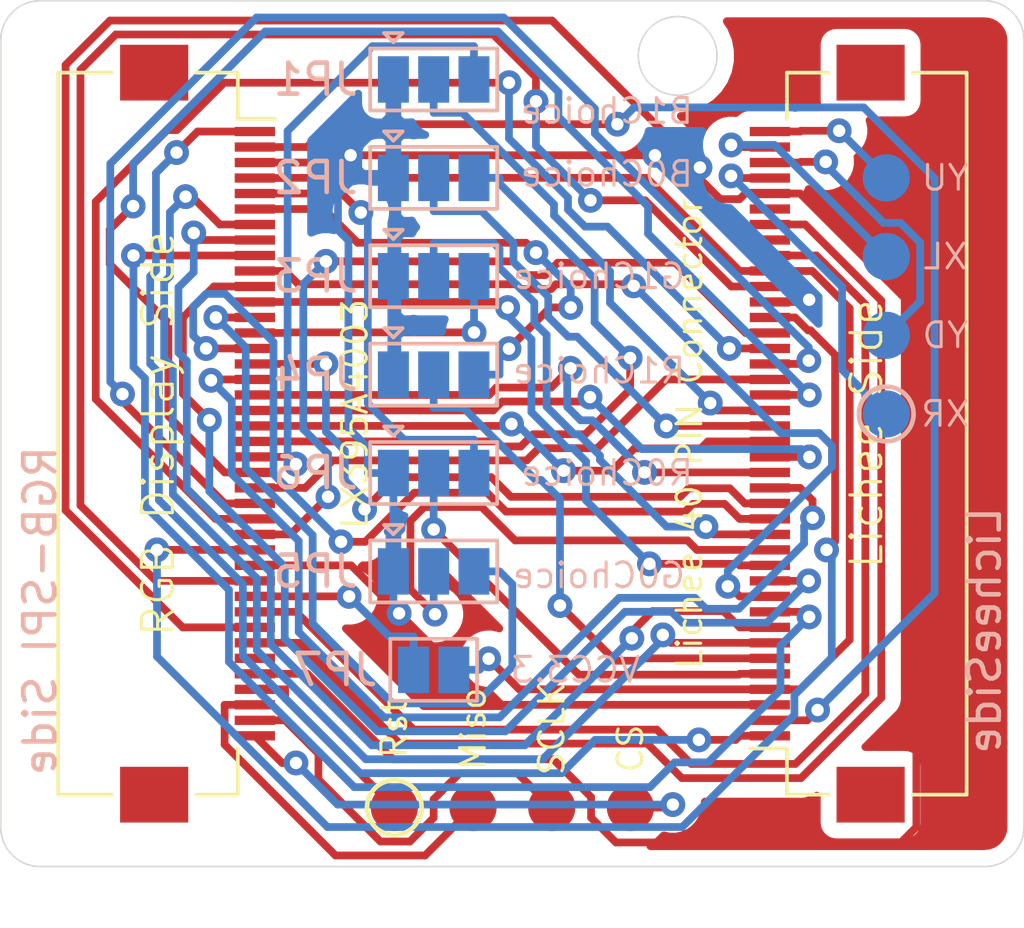
<source format=kicad_pcb>
(kicad_pcb (version 20171130) (host pcbnew "(5.1.6)-1")

  (general
    (thickness 1.6)
    (drawings 21)
    (tracks 629)
    (zones 0)
    (modules 11)
    (nets 48)
  )

  (page A4)
  (layers
    (0 F.Cu signal)
    (31 B.Cu signal)
    (32 B.Adhes user)
    (33 F.Adhes user)
    (34 B.Paste user)
    (35 F.Paste user)
    (36 B.SilkS user)
    (37 F.SilkS user)
    (38 B.Mask user)
    (39 F.Mask user)
    (40 Dwgs.User user)
    (41 Cmts.User user)
    (42 Eco1.User user)
    (43 Eco2.User user)
    (44 Edge.Cuts user)
    (45 Margin user)
    (46 B.CrtYd user)
    (47 F.CrtYd user)
    (48 B.Fab user)
    (49 F.Fab user)
  )

  (setup
    (last_trace_width 0.25)
    (trace_clearance 0.2)
    (zone_clearance 0.508)
    (zone_45_only no)
    (trace_min 0.2)
    (via_size 0.8)
    (via_drill 0.4)
    (via_min_size 0.4)
    (via_min_drill 0.3)
    (uvia_size 0.3)
    (uvia_drill 0.1)
    (uvias_allowed no)
    (uvia_min_size 0.2)
    (uvia_min_drill 0.1)
    (edge_width 0.05)
    (segment_width 0.2)
    (pcb_text_width 0.3)
    (pcb_text_size 1.5 1.5)
    (mod_edge_width 0.12)
    (mod_text_size 1 1)
    (mod_text_width 0.15)
    (pad_size 1.524 1.524)
    (pad_drill 0.762)
    (pad_to_mask_clearance 0.05)
    (aux_axis_origin 0 0)
    (visible_elements FFFFFF7F)
    (pcbplotparams
      (layerselection 0x010fc_ffffffff)
      (usegerberextensions false)
      (usegerberattributes true)
      (usegerberadvancedattributes true)
      (creategerberjobfile true)
      (excludeedgelayer true)
      (linewidth 0.100000)
      (plotframeref false)
      (viasonmask false)
      (mode 1)
      (useauxorigin false)
      (hpglpennumber 1)
      (hpglpenspeed 20)
      (hpglpendiameter 15.000000)
      (psnegative false)
      (psa4output false)
      (plotreference true)
      (plotvalue true)
      (plotinvisibletext false)
      (padsonsilk false)
      (subtractmaskfromsilk false)
      (outputformat 1)
      (mirror false)
      (drillshape 1)
      (scaleselection 1)
      (outputdirectory ""))
  )

  (net 0 "")
  (net 1 /CS)
  (net 2 /SCLK)
  (net 3 /SDI_MISO)
  (net 4 /EXT_RESET)
  (net 5 GND)
  (net 6 /DE)
  (net 7 /VSYNC)
  (net 8 /HSYNC)
  (net 9 /NC)
  (net 10 /DCLK)
  (net 11 /B7)
  (net 12 /B6)
  (net 13 /B5)
  (net 14 /B4)
  (net 15 /B3)
  (net 16 /B2)
  (net 17 "Net-(J2-Pad22)")
  (net 18 "Net-(J2-Pad21)")
  (net 19 /G7)
  (net 20 /G6)
  (net 21 /G5)
  (net 22 /G4)
  (net 23 /G3)
  (net 24 /G2)
  (net 25 "Net-(J2-Pad14)")
  (net 26 "Net-(J2-Pad13)")
  (net 27 /R7)
  (net 28 /R6)
  (net 29 /R5)
  (net 30 /R4)
  (net 31 /R3)
  (net 32 /R2)
  (net 33 "Net-(J2-Pad6)")
  (net 34 "Net-(J2-Pad5)")
  (net 35 +3V3)
  (net 36 /LEDA)
  (net 37 /LEDK)
  (net 38 /R0)
  (net 39 /R1)
  (net 40 /G0)
  (net 41 /G1)
  (net 42 /B0)
  (net 43 /B1)
  (net 44 /XR)
  (net 45 /YD)
  (net 46 /XL)
  (net 47 /XU)

  (net_class Default "This is the default net class."
    (clearance 0.2)
    (trace_width 0.25)
    (via_dia 0.8)
    (via_drill 0.4)
    (uvia_dia 0.3)
    (uvia_drill 0.1)
    (add_net +3V3)
    (add_net /B0)
    (add_net /B1)
    (add_net /B2)
    (add_net /B3)
    (add_net /B4)
    (add_net /B5)
    (add_net /B6)
    (add_net /B7)
    (add_net /CS)
    (add_net /DCLK)
    (add_net /DE)
    (add_net /EXT_RESET)
    (add_net /G0)
    (add_net /G1)
    (add_net /G2)
    (add_net /G3)
    (add_net /G4)
    (add_net /G5)
    (add_net /G6)
    (add_net /G7)
    (add_net /HSYNC)
    (add_net /LEDA)
    (add_net /LEDK)
    (add_net /NC)
    (add_net /R0)
    (add_net /R1)
    (add_net /R2)
    (add_net /R3)
    (add_net /R4)
    (add_net /R5)
    (add_net /R6)
    (add_net /R7)
    (add_net /SCLK)
    (add_net /SDI_MISO)
    (add_net /VSYNC)
    (add_net /XL)
    (add_net /XR)
    (add_net /XU)
    (add_net /YD)
    (add_net GND)
    (add_net "Net-(J2-Pad13)")
    (add_net "Net-(J2-Pad14)")
    (add_net "Net-(J2-Pad21)")
    (add_net "Net-(J2-Pad22)")
    (add_net "Net-(J2-Pad5)")
    (add_net "Net-(J2-Pad6)")
  )

  (module 18650:4padsfree (layer F.Cu) (tedit 5EF08077) (tstamp 5F708C48)
    (at 111.76 97.155 90)
    (path /5F86398D)
    (fp_text reference J1 (at 0.508 0 90 unlocked) (layer F.SilkS) hide
      (effects (font (size 1 1) (thickness 0.15)))
    )
    (fp_text value SPI_Display (at 0.508 -2.032 90 unlocked) (layer F.Fab)
      (effects (font (size 1 1) (thickness 0.15)))
    )
    (fp_circle (center 0 -11.43) (end 0.762 -11.8745) (layer F.SilkS) (width 0.15))
    (pad 4 smd circle (at 0 -3.81 90) (size 1.524 1.524) (layers F.Cu F.Paste F.Mask)
      (net 1 /CS))
    (pad 3 smd circle (at 0 -6.35 90) (size 1.524 1.524) (layers F.Cu F.Paste F.Mask)
      (net 2 /SCLK))
    (pad 2 smd circle (at 0 -8.89 90) (size 1.524 1.524) (layers F.Cu F.Paste F.Mask)
      (net 3 /SDI_MISO))
    (pad 1 smd circle (at 0 -11.43 90) (size 1.524 1.524) (layers F.Cu F.Paste F.Mask)
      (net 4 /EXT_RESET))
  )

  (module Connector_FFC-FPC:Hirose_FH12-40S-0.5SH_1x40-1MP_P0.50mm_Horizontal (layer F.Cu) (tedit 5D24667B) (tstamp 5F708C93)
    (at 93.98 85.09 270)
    (descr "Hirose FH12, FFC/FPC connector, FH12-40S-0.5SH, 40 Pins per row (https://www.hirose.com/product/en/products/FH12/FH12-24S-0.5SH(55)/), generated with kicad-footprint-generator")
    (tags "connector Hirose FH12 horizontal")
    (path /5F70FD15)
    (attr smd)
    (fp_text reference J2 (at 0 -3.7 90) (layer F.SilkS) hide
      (effects (font (size 1 1) (thickness 0.15)))
    )
    (fp_text value "RGB-SPI Side" (at 5.715 5.08 90) (layer B.SilkS)
      (effects (font (size 1 1) (thickness 0.15)) (justify mirror))
    )
    (fp_text user %R (at 0 3.7 90) (layer F.Fab)
      (effects (font (size 1 1) (thickness 0.15)))
    )
    (fp_line (start 0 -1.2) (end -11.55 -1.2) (layer F.Fab) (width 0.1))
    (fp_line (start -11.55 -1.2) (end -11.55 3.4) (layer F.Fab) (width 0.1))
    (fp_line (start -11.55 3.4) (end -10.95 3.4) (layer F.Fab) (width 0.1))
    (fp_line (start -10.95 3.4) (end -10.95 3.7) (layer F.Fab) (width 0.1))
    (fp_line (start -10.95 3.7) (end -11.45 3.7) (layer F.Fab) (width 0.1))
    (fp_line (start -11.45 3.7) (end -11.45 4.4) (layer F.Fab) (width 0.1))
    (fp_line (start -11.45 4.4) (end 0 4.4) (layer F.Fab) (width 0.1))
    (fp_line (start 0 -1.2) (end 11.55 -1.2) (layer F.Fab) (width 0.1))
    (fp_line (start 11.55 -1.2) (end 11.55 3.4) (layer F.Fab) (width 0.1))
    (fp_line (start 11.55 3.4) (end 10.95 3.4) (layer F.Fab) (width 0.1))
    (fp_line (start 10.95 3.4) (end 10.95 3.7) (layer F.Fab) (width 0.1))
    (fp_line (start 10.95 3.7) (end 11.45 3.7) (layer F.Fab) (width 0.1))
    (fp_line (start 11.45 3.7) (end 11.45 4.4) (layer F.Fab) (width 0.1))
    (fp_line (start 11.45 4.4) (end 0 4.4) (layer F.Fab) (width 0.1))
    (fp_line (start -10.16 -1.3) (end -11.65 -1.3) (layer F.SilkS) (width 0.12))
    (fp_line (start -11.65 -1.3) (end -11.65 0.04) (layer F.SilkS) (width 0.12))
    (fp_line (start 10.16 -1.3) (end 11.65 -1.3) (layer F.SilkS) (width 0.12))
    (fp_line (start 11.65 -1.3) (end 11.65 0.04) (layer F.SilkS) (width 0.12))
    (fp_line (start -11.65 2.76) (end -11.65 4.5) (layer F.SilkS) (width 0.12))
    (fp_line (start -11.65 4.5) (end 11.65 4.5) (layer F.SilkS) (width 0.12))
    (fp_line (start 11.65 4.5) (end 11.65 2.76) (layer F.SilkS) (width 0.12))
    (fp_line (start -10.16 -1.3) (end -10.16 -2.5) (layer F.SilkS) (width 0.12))
    (fp_line (start -10.25 -1.2) (end -9.75 -0.492893) (layer F.Fab) (width 0.1))
    (fp_line (start -9.75 -0.492893) (end -9.25 -1.2) (layer F.Fab) (width 0.1))
    (fp_line (start -13.05 -3) (end -13.05 4.9) (layer F.CrtYd) (width 0.05))
    (fp_line (start -13.05 4.9) (end 13.05 4.9) (layer F.CrtYd) (width 0.05))
    (fp_line (start 13.05 4.9) (end 13.05 -3) (layer F.CrtYd) (width 0.05))
    (fp_line (start 13.05 -3) (end -13.05 -3) (layer F.CrtYd) (width 0.05))
    (pad 40 smd rect (at 9.75 -1.85 270) (size 0.3 1.3) (layers F.Cu F.Paste F.Mask)
      (net 1 /CS))
    (pad 39 smd rect (at 9.25 -1.85 270) (size 0.3 1.3) (layers F.Cu F.Paste F.Mask)
      (net 2 /SCLK))
    (pad 38 smd rect (at 8.75 -1.85 270) (size 0.3 1.3) (layers F.Cu F.Paste F.Mask)
      (net 3 /SDI_MISO))
    (pad 37 smd rect (at 8.25 -1.85 270) (size 0.3 1.3) (layers F.Cu F.Paste F.Mask)
      (net 4 /EXT_RESET))
    (pad 36 smd rect (at 7.75 -1.85 270) (size 0.3 1.3) (layers F.Cu F.Paste F.Mask)
      (net 5 GND))
    (pad 35 smd rect (at 7.25 -1.85 270) (size 0.3 1.3) (layers F.Cu F.Paste F.Mask))
    (pad 34 smd rect (at 6.75 -1.85 270) (size 0.3 1.3) (layers F.Cu F.Paste F.Mask)
      (net 6 /DE))
    (pad 33 smd rect (at 6.25 -1.85 270) (size 0.3 1.3) (layers F.Cu F.Paste F.Mask)
      (net 7 /VSYNC))
    (pad 32 smd rect (at 5.75 -1.85 270) (size 0.3 1.3) (layers F.Cu F.Paste F.Mask)
      (net 8 /HSYNC))
    (pad 31 smd rect (at 5.25 -1.85 270) (size 0.3 1.3) (layers F.Cu F.Paste F.Mask)
      (net 9 /NC))
    (pad 30 smd rect (at 4.75 -1.85 270) (size 0.3 1.3) (layers F.Cu F.Paste F.Mask)
      (net 10 /DCLK))
    (pad 29 smd rect (at 4.25 -1.85 270) (size 0.3 1.3) (layers F.Cu F.Paste F.Mask)
      (net 5 GND))
    (pad 28 smd rect (at 3.75 -1.85 270) (size 0.3 1.3) (layers F.Cu F.Paste F.Mask)
      (net 11 /B7))
    (pad 27 smd rect (at 3.25 -1.85 270) (size 0.3 1.3) (layers F.Cu F.Paste F.Mask)
      (net 12 /B6))
    (pad 26 smd rect (at 2.75 -1.85 270) (size 0.3 1.3) (layers F.Cu F.Paste F.Mask)
      (net 13 /B5))
    (pad 25 smd rect (at 2.25 -1.85 270) (size 0.3 1.3) (layers F.Cu F.Paste F.Mask)
      (net 14 /B4))
    (pad 24 smd rect (at 1.75 -1.85 270) (size 0.3 1.3) (layers F.Cu F.Paste F.Mask)
      (net 15 /B3))
    (pad 23 smd rect (at 1.25 -1.85 270) (size 0.3 1.3) (layers F.Cu F.Paste F.Mask)
      (net 16 /B2))
    (pad 22 smd rect (at 0.75 -1.85 270) (size 0.3 1.3) (layers F.Cu F.Paste F.Mask)
      (net 17 "Net-(J2-Pad22)"))
    (pad 21 smd rect (at 0.25 -1.85 270) (size 0.3 1.3) (layers F.Cu F.Paste F.Mask)
      (net 18 "Net-(J2-Pad21)"))
    (pad 20 smd rect (at -0.25 -1.85 270) (size 0.3 1.3) (layers F.Cu F.Paste F.Mask)
      (net 19 /G7))
    (pad 19 smd rect (at -0.75 -1.85 270) (size 0.3 1.3) (layers F.Cu F.Paste F.Mask)
      (net 20 /G6))
    (pad 18 smd rect (at -1.25 -1.85 270) (size 0.3 1.3) (layers F.Cu F.Paste F.Mask)
      (net 21 /G5))
    (pad 17 smd rect (at -1.75 -1.85 270) (size 0.3 1.3) (layers F.Cu F.Paste F.Mask)
      (net 22 /G4))
    (pad 16 smd rect (at -2.25 -1.85 270) (size 0.3 1.3) (layers F.Cu F.Paste F.Mask)
      (net 23 /G3))
    (pad 15 smd rect (at -2.75 -1.85 270) (size 0.3 1.3) (layers F.Cu F.Paste F.Mask)
      (net 24 /G2))
    (pad 14 smd rect (at -3.25 -1.85 270) (size 0.3 1.3) (layers F.Cu F.Paste F.Mask)
      (net 25 "Net-(J2-Pad14)"))
    (pad 13 smd rect (at -3.75 -1.85 270) (size 0.3 1.3) (layers F.Cu F.Paste F.Mask)
      (net 26 "Net-(J2-Pad13)"))
    (pad 12 smd rect (at -4.25 -1.85 270) (size 0.3 1.3) (layers F.Cu F.Paste F.Mask)
      (net 27 /R7))
    (pad 11 smd rect (at -4.75 -1.85 270) (size 0.3 1.3) (layers F.Cu F.Paste F.Mask)
      (net 28 /R6))
    (pad 10 smd rect (at -5.25 -1.85 270) (size 0.3 1.3) (layers F.Cu F.Paste F.Mask)
      (net 29 /R5))
    (pad 9 smd rect (at -5.75 -1.85 270) (size 0.3 1.3) (layers F.Cu F.Paste F.Mask)
      (net 30 /R4))
    (pad 8 smd rect (at -6.25 -1.85 270) (size 0.3 1.3) (layers F.Cu F.Paste F.Mask)
      (net 31 /R3))
    (pad 7 smd rect (at -6.75 -1.85 270) (size 0.3 1.3) (layers F.Cu F.Paste F.Mask)
      (net 32 /R2))
    (pad 6 smd rect (at -7.25 -1.85 270) (size 0.3 1.3) (layers F.Cu F.Paste F.Mask)
      (net 33 "Net-(J2-Pad6)"))
    (pad 5 smd rect (at -7.75 -1.85 270) (size 0.3 1.3) (layers F.Cu F.Paste F.Mask)
      (net 34 "Net-(J2-Pad5)"))
    (pad 4 smd rect (at -8.25 -1.85 270) (size 0.3 1.3) (layers F.Cu F.Paste F.Mask)
      (net 35 +3V3))
    (pad 3 smd rect (at -8.75 -1.85 270) (size 0.3 1.3) (layers F.Cu F.Paste F.Mask)
      (net 5 GND))
    (pad 2 smd rect (at -9.25 -1.85 270) (size 0.3 1.3) (layers F.Cu F.Paste F.Mask)
      (net 36 /LEDA))
    (pad 1 smd rect (at -9.75 -1.85 270) (size 0.3 1.3) (layers F.Cu F.Paste F.Mask)
      (net 37 /LEDK))
    (pad MP smd rect (at -11.65 1.4 270) (size 1.8 2.2) (layers F.Cu F.Paste F.Mask))
    (pad MP smd rect (at 11.65 1.4 270) (size 1.8 2.2) (layers F.Cu F.Paste F.Mask))
    (model ${KIPRJMOD}/FPC-40.STEP
      (offset (xyz 0 -1 0.3))
      (scale (xyz 1 1 1))
      (rotate (xyz -90 0 180))
    )
  )

  (module Connector_FFC-FPC:Hirose_FH12-40S-0.5SH_1x40-1MP_P0.50mm_Horizontal (layer F.Cu) (tedit 5D24667B) (tstamp 5F708CDE)
    (at 114.3 85.09 90)
    (descr "Hirose FH12, FFC/FPC connector, FH12-40S-0.5SH, 40 Pins per row (https://www.hirose.com/product/en/products/FH12/FH12-24S-0.5SH(55)/), generated with kicad-footprint-generator")
    (tags "connector Hirose FH12 horizontal")
    (path /5F7067D1)
    (attr smd)
    (fp_text reference J3 (at 0 -3.7 90) (layer F.SilkS) hide
      (effects (font (size 1 1) (thickness 0.15)))
    )
    (fp_text value LicheeSide (at -6.35 5.08 90) (layer B.SilkS)
      (effects (font (size 1 1) (thickness 0.15)) (justify mirror))
    )
    (fp_line (start 13.05 -3) (end -13.05 -3) (layer F.CrtYd) (width 0.05))
    (fp_line (start 13.05 4.9) (end 13.05 -3) (layer F.CrtYd) (width 0.05))
    (fp_line (start -13.05 4.9) (end 13.05 4.9) (layer F.CrtYd) (width 0.05))
    (fp_line (start -13.05 -3) (end -13.05 4.9) (layer F.CrtYd) (width 0.05))
    (fp_line (start -9.75 -0.492893) (end -9.25 -1.2) (layer F.Fab) (width 0.1))
    (fp_line (start -10.25 -1.2) (end -9.75 -0.492893) (layer F.Fab) (width 0.1))
    (fp_line (start -10.16 -1.3) (end -10.16 -2.5) (layer F.SilkS) (width 0.12))
    (fp_line (start 11.65 4.5) (end 11.65 2.76) (layer F.SilkS) (width 0.12))
    (fp_line (start -11.65 4.5) (end 11.65 4.5) (layer F.SilkS) (width 0.12))
    (fp_line (start -11.65 2.76) (end -11.65 4.5) (layer F.SilkS) (width 0.12))
    (fp_line (start 11.65 -1.3) (end 11.65 0.04) (layer F.SilkS) (width 0.12))
    (fp_line (start 10.16 -1.3) (end 11.65 -1.3) (layer F.SilkS) (width 0.12))
    (fp_line (start -11.65 -1.3) (end -11.65 0.04) (layer F.SilkS) (width 0.12))
    (fp_line (start -10.16 -1.3) (end -11.65 -1.3) (layer F.SilkS) (width 0.12))
    (fp_line (start 11.45 4.4) (end 0 4.4) (layer F.Fab) (width 0.1))
    (fp_line (start 11.45 3.7) (end 11.45 4.4) (layer F.Fab) (width 0.1))
    (fp_line (start 10.95 3.7) (end 11.45 3.7) (layer F.Fab) (width 0.1))
    (fp_line (start 10.95 3.4) (end 10.95 3.7) (layer F.Fab) (width 0.1))
    (fp_line (start 11.55 3.4) (end 10.95 3.4) (layer F.Fab) (width 0.1))
    (fp_line (start 11.55 -1.2) (end 11.55 3.4) (layer F.Fab) (width 0.1))
    (fp_line (start 0 -1.2) (end 11.55 -1.2) (layer F.Fab) (width 0.1))
    (fp_line (start -11.45 4.4) (end 0 4.4) (layer F.Fab) (width 0.1))
    (fp_line (start -11.45 3.7) (end -11.45 4.4) (layer F.Fab) (width 0.1))
    (fp_line (start -10.95 3.7) (end -11.45 3.7) (layer F.Fab) (width 0.1))
    (fp_line (start -10.95 3.4) (end -10.95 3.7) (layer F.Fab) (width 0.1))
    (fp_line (start -11.55 3.4) (end -10.95 3.4) (layer F.Fab) (width 0.1))
    (fp_line (start -11.55 -1.2) (end -11.55 3.4) (layer F.Fab) (width 0.1))
    (fp_line (start 0 -1.2) (end -11.55 -1.2) (layer F.Fab) (width 0.1))
    (fp_text user %R (at 0 3.7 90) (layer F.Fab)
      (effects (font (size 1 1) (thickness 0.15)))
    )
    (pad MP smd rect (at 11.65 1.4 90) (size 1.8 2.2) (layers F.Cu F.Paste F.Mask))
    (pad MP smd rect (at -11.65 1.4 90) (size 1.8 2.2) (layers F.Cu F.Paste F.Mask))
    (pad 1 smd rect (at -9.75 -1.85 90) (size 0.3 1.3) (layers F.Cu F.Paste F.Mask)
      (net 37 /LEDK))
    (pad 2 smd rect (at -9.25 -1.85 90) (size 0.3 1.3) (layers F.Cu F.Paste F.Mask)
      (net 36 /LEDA))
    (pad 3 smd rect (at -8.75 -1.85 90) (size 0.3 1.3) (layers F.Cu F.Paste F.Mask)
      (net 5 GND))
    (pad 4 smd rect (at -8.25 -1.85 90) (size 0.3 1.3) (layers F.Cu F.Paste F.Mask)
      (net 35 +3V3))
    (pad 5 smd rect (at -7.75 -1.85 90) (size 0.3 1.3) (layers F.Cu F.Paste F.Mask)
      (net 38 /R0))
    (pad 6 smd rect (at -7.25 -1.85 90) (size 0.3 1.3) (layers F.Cu F.Paste F.Mask)
      (net 39 /R1))
    (pad 7 smd rect (at -6.75 -1.85 90) (size 0.3 1.3) (layers F.Cu F.Paste F.Mask)
      (net 32 /R2))
    (pad 8 smd rect (at -6.25 -1.85 90) (size 0.3 1.3) (layers F.Cu F.Paste F.Mask)
      (net 31 /R3))
    (pad 9 smd rect (at -5.75 -1.85 90) (size 0.3 1.3) (layers F.Cu F.Paste F.Mask)
      (net 30 /R4))
    (pad 10 smd rect (at -5.25 -1.85 90) (size 0.3 1.3) (layers F.Cu F.Paste F.Mask)
      (net 29 /R5))
    (pad 11 smd rect (at -4.75 -1.85 90) (size 0.3 1.3) (layers F.Cu F.Paste F.Mask)
      (net 28 /R6))
    (pad 12 smd rect (at -4.25 -1.85 90) (size 0.3 1.3) (layers F.Cu F.Paste F.Mask)
      (net 27 /R7))
    (pad 13 smd rect (at -3.75 -1.85 90) (size 0.3 1.3) (layers F.Cu F.Paste F.Mask)
      (net 40 /G0))
    (pad 14 smd rect (at -3.25 -1.85 90) (size 0.3 1.3) (layers F.Cu F.Paste F.Mask)
      (net 41 /G1))
    (pad 15 smd rect (at -2.75 -1.85 90) (size 0.3 1.3) (layers F.Cu F.Paste F.Mask)
      (net 24 /G2))
    (pad 16 smd rect (at -2.25 -1.85 90) (size 0.3 1.3) (layers F.Cu F.Paste F.Mask)
      (net 23 /G3))
    (pad 17 smd rect (at -1.75 -1.85 90) (size 0.3 1.3) (layers F.Cu F.Paste F.Mask)
      (net 22 /G4))
    (pad 18 smd rect (at -1.25 -1.85 90) (size 0.3 1.3) (layers F.Cu F.Paste F.Mask)
      (net 21 /G5))
    (pad 19 smd rect (at -0.75 -1.85 90) (size 0.3 1.3) (layers F.Cu F.Paste F.Mask)
      (net 20 /G6))
    (pad 20 smd rect (at -0.25 -1.85 90) (size 0.3 1.3) (layers F.Cu F.Paste F.Mask)
      (net 19 /G7))
    (pad 21 smd rect (at 0.25 -1.85 90) (size 0.3 1.3) (layers F.Cu F.Paste F.Mask)
      (net 42 /B0))
    (pad 22 smd rect (at 0.75 -1.85 90) (size 0.3 1.3) (layers F.Cu F.Paste F.Mask)
      (net 43 /B1))
    (pad 23 smd rect (at 1.25 -1.85 90) (size 0.3 1.3) (layers F.Cu F.Paste F.Mask)
      (net 16 /B2))
    (pad 24 smd rect (at 1.75 -1.85 90) (size 0.3 1.3) (layers F.Cu F.Paste F.Mask)
      (net 15 /B3))
    (pad 25 smd rect (at 2.25 -1.85 90) (size 0.3 1.3) (layers F.Cu F.Paste F.Mask)
      (net 14 /B4))
    (pad 26 smd rect (at 2.75 -1.85 90) (size 0.3 1.3) (layers F.Cu F.Paste F.Mask)
      (net 13 /B5))
    (pad 27 smd rect (at 3.25 -1.85 90) (size 0.3 1.3) (layers F.Cu F.Paste F.Mask)
      (net 12 /B6))
    (pad 28 smd rect (at 3.75 -1.85 90) (size 0.3 1.3) (layers F.Cu F.Paste F.Mask)
      (net 11 /B7))
    (pad 29 smd rect (at 4.25 -1.85 90) (size 0.3 1.3) (layers F.Cu F.Paste F.Mask)
      (net 5 GND))
    (pad 30 smd rect (at 4.75 -1.85 90) (size 0.3 1.3) (layers F.Cu F.Paste F.Mask)
      (net 10 /DCLK))
    (pad 31 smd rect (at 5.25 -1.85 90) (size 0.3 1.3) (layers F.Cu F.Paste F.Mask)
      (net 35 +3V3))
    (pad 32 smd rect (at 5.75 -1.85 90) (size 0.3 1.3) (layers F.Cu F.Paste F.Mask)
      (net 8 /HSYNC))
    (pad 33 smd rect (at 6.25 -1.85 90) (size 0.3 1.3) (layers F.Cu F.Paste F.Mask)
      (net 7 /VSYNC))
    (pad 34 smd rect (at 6.75 -1.85 90) (size 0.3 1.3) (layers F.Cu F.Paste F.Mask)
      (net 6 /DE))
    (pad 35 smd rect (at 7.25 -1.85 90) (size 0.3 1.3) (layers F.Cu F.Paste F.Mask))
    (pad 36 smd rect (at 7.75 -1.85 90) (size 0.3 1.3) (layers F.Cu F.Paste F.Mask)
      (net 5 GND))
    (pad 37 smd rect (at 8.25 -1.85 90) (size 0.3 1.3) (layers F.Cu F.Paste F.Mask)
      (net 44 /XR))
    (pad 38 smd rect (at 8.75 -1.85 90) (size 0.3 1.3) (layers F.Cu F.Paste F.Mask)
      (net 45 /YD))
    (pad 39 smd rect (at 9.25 -1.85 90) (size 0.3 1.3) (layers F.Cu F.Paste F.Mask)
      (net 46 /XL))
    (pad 40 smd rect (at 9.75 -1.85 90) (size 0.3 1.3) (layers F.Cu F.Paste F.Mask)
      (net 47 /XU))
    (model ${KIPRJMOD}/FPC-40.STEP
      (offset (xyz 0 -1 0.3))
      (scale (xyz 1 1 1))
      (rotate (xyz -90 0 180))
    )
  )

  (module 18650:4padsfree (layer B.Cu) (tedit 5EF08077) (tstamp 5F708CE7)
    (at 116.205 73.025)
    (path /5F84C02B)
    (fp_text reference J4 (at 0.508 0 unlocked) (layer B.SilkS) hide
      (effects (font (size 1 1) (thickness 0.15)) (justify mirror))
    )
    (fp_text value Tactile_Cx (at 0.508 2.032 unlocked) (layer B.Fab)
      (effects (font (size 1 1) (thickness 0.15)) (justify mirror))
    )
    (fp_circle (center 0 11.43) (end 0.762 11.8745) (layer B.SilkS) (width 0.15))
    (pad 1 smd circle (at 0 11.43) (size 1.524 1.524) (layers B.Cu B.Paste B.Mask)
      (net 44 /XR))
    (pad 2 smd circle (at 0 8.89) (size 1.524 1.524) (layers B.Cu B.Paste B.Mask)
      (net 45 /YD))
    (pad 3 smd circle (at 0 6.35) (size 1.524 1.524) (layers B.Cu B.Paste B.Mask)
      (net 46 /XL))
    (pad 4 smd circle (at 0 3.81) (size 1.524 1.524) (layers B.Cu B.Paste B.Mask)
      (net 47 /XU))
  )

  (module Jumper:SolderJumper-3_P1.3mm_Open_Pad1.0x1.5mm (layer B.Cu) (tedit 5A3F8BB2) (tstamp 5F708CF9)
    (at 101.6 73.66)
    (descr "SMD Solder 3-pad Jumper, 1x1.5mm Pads, 0.3mm gap, open")
    (tags "solder jumper open")
    (path /5F79D81F)
    (attr virtual)
    (fp_text reference JP1 (at -3.81 0) (layer B.SilkS)
      (effects (font (size 1 1) (thickness 0.15)) (justify mirror))
    )
    (fp_text value B1Choice (at 5.588 1.016) (layer B.SilkS)
      (effects (font (size 0.8 0.8) (thickness 0.1)) (justify mirror))
    )
    (fp_line (start -1.3 -1.2) (end -1 -1.5) (layer B.SilkS) (width 0.12))
    (fp_line (start -1.6 -1.5) (end -1 -1.5) (layer B.SilkS) (width 0.12))
    (fp_line (start -1.3 -1.2) (end -1.6 -1.5) (layer B.SilkS) (width 0.12))
    (fp_line (start -2.05 -1) (end -2.05 1) (layer B.SilkS) (width 0.12))
    (fp_line (start 2.05 -1) (end -2.05 -1) (layer B.SilkS) (width 0.12))
    (fp_line (start 2.05 1) (end 2.05 -1) (layer B.SilkS) (width 0.12))
    (fp_line (start -2.05 1) (end 2.05 1) (layer B.SilkS) (width 0.12))
    (fp_line (start -2.3 1.25) (end 2.3 1.25) (layer B.CrtYd) (width 0.05))
    (fp_line (start -2.3 1.25) (end -2.3 -1.25) (layer B.CrtYd) (width 0.05))
    (fp_line (start 2.3 -1.25) (end 2.3 1.25) (layer B.CrtYd) (width 0.05))
    (fp_line (start 2.3 -1.25) (end -2.3 -1.25) (layer B.CrtYd) (width 0.05))
    (pad 1 smd rect (at -1.3 0) (size 1 1.5) (layers B.Cu B.Mask)
      (net 5 GND))
    (pad 2 smd rect (at 0 0) (size 1 1.5) (layers B.Cu B.Mask)
      (net 43 /B1))
    (pad 3 smd rect (at 1.3 0) (size 1 1.5) (layers B.Cu B.Mask)
      (net 17 "Net-(J2-Pad22)"))
  )

  (module Jumper:SolderJumper-3_P1.3mm_Open_Pad1.0x1.5mm (layer B.Cu) (tedit 5A3F8BB2) (tstamp 5F708D0B)
    (at 101.6 76.835)
    (descr "SMD Solder 3-pad Jumper, 1x1.5mm Pads, 0.3mm gap, open")
    (tags "solder jumper open")
    (path /5F79D806)
    (attr virtual)
    (fp_text reference JP2 (at -3.81 0) (layer B.SilkS)
      (effects (font (size 1 1) (thickness 0.15)) (justify mirror))
    )
    (fp_text value B0Choice (at 5.588 -0.127) (layer B.SilkS)
      (effects (font (size 0.8 0.8) (thickness 0.1)) (justify mirror))
    )
    (fp_line (start 2.3 -1.25) (end -2.3 -1.25) (layer B.CrtYd) (width 0.05))
    (fp_line (start 2.3 -1.25) (end 2.3 1.25) (layer B.CrtYd) (width 0.05))
    (fp_line (start -2.3 1.25) (end -2.3 -1.25) (layer B.CrtYd) (width 0.05))
    (fp_line (start -2.3 1.25) (end 2.3 1.25) (layer B.CrtYd) (width 0.05))
    (fp_line (start -2.05 1) (end 2.05 1) (layer B.SilkS) (width 0.12))
    (fp_line (start 2.05 1) (end 2.05 -1) (layer B.SilkS) (width 0.12))
    (fp_line (start 2.05 -1) (end -2.05 -1) (layer B.SilkS) (width 0.12))
    (fp_line (start -2.05 -1) (end -2.05 1) (layer B.SilkS) (width 0.12))
    (fp_line (start -1.3 -1.2) (end -1.6 -1.5) (layer B.SilkS) (width 0.12))
    (fp_line (start -1.6 -1.5) (end -1 -1.5) (layer B.SilkS) (width 0.12))
    (fp_line (start -1.3 -1.2) (end -1 -1.5) (layer B.SilkS) (width 0.12))
    (pad 3 smd rect (at 1.3 0) (size 1 1.5) (layers B.Cu B.Mask)
      (net 18 "Net-(J2-Pad21)"))
    (pad 2 smd rect (at 0 0) (size 1 1.5) (layers B.Cu B.Mask)
      (net 42 /B0))
    (pad 1 smd rect (at -1.3 0) (size 1 1.5) (layers B.Cu B.Mask)
      (net 5 GND))
  )

  (module Jumper:SolderJumper-3_P1.3mm_Open_Pad1.0x1.5mm (layer B.Cu) (tedit 5A3F8BB2) (tstamp 5F708D1D)
    (at 101.6 80.01)
    (descr "SMD Solder 3-pad Jumper, 1x1.5mm Pads, 0.3mm gap, open")
    (tags "solder jumper open")
    (path /5F786D62)
    (attr virtual)
    (fp_text reference JP3 (at -3.81 0) (layer B.SilkS)
      (effects (font (size 1 1) (thickness 0.15)) (justify mirror))
    )
    (fp_text value G1Choice (at 5.334 0) (layer B.SilkS)
      (effects (font (size 0.8 0.8) (thickness 0.1)) (justify mirror))
    )
    (fp_line (start -1.3 -1.2) (end -1 -1.5) (layer B.SilkS) (width 0.12))
    (fp_line (start -1.6 -1.5) (end -1 -1.5) (layer B.SilkS) (width 0.12))
    (fp_line (start -1.3 -1.2) (end -1.6 -1.5) (layer B.SilkS) (width 0.12))
    (fp_line (start -2.05 -1) (end -2.05 1) (layer B.SilkS) (width 0.12))
    (fp_line (start 2.05 -1) (end -2.05 -1) (layer B.SilkS) (width 0.12))
    (fp_line (start 2.05 1) (end 2.05 -1) (layer B.SilkS) (width 0.12))
    (fp_line (start -2.05 1) (end 2.05 1) (layer B.SilkS) (width 0.12))
    (fp_line (start -2.3 1.25) (end 2.3 1.25) (layer B.CrtYd) (width 0.05))
    (fp_line (start -2.3 1.25) (end -2.3 -1.25) (layer B.CrtYd) (width 0.05))
    (fp_line (start 2.3 -1.25) (end 2.3 1.25) (layer B.CrtYd) (width 0.05))
    (fp_line (start 2.3 -1.25) (end -2.3 -1.25) (layer B.CrtYd) (width 0.05))
    (pad 1 smd rect (at -1.3 0) (size 1 1.5) (layers B.Cu B.Mask)
      (net 5 GND))
    (pad 2 smd rect (at 0 0) (size 1 1.5) (layers B.Cu B.Mask)
      (net 41 /G1))
    (pad 3 smd rect (at 1.3 0) (size 1 1.5) (layers B.Cu B.Mask)
      (net 25 "Net-(J2-Pad14)"))
  )

  (module Jumper:SolderJumper-3_P1.3mm_Open_Pad1.0x1.5mm (layer B.Cu) (tedit 5A3F8BB2) (tstamp 5F708D2F)
    (at 101.6 83.185)
    (descr "SMD Solder 3-pad Jumper, 1x1.5mm Pads, 0.3mm gap, open")
    (tags "solder jumper open")
    (path /5F762BA5)
    (attr virtual)
    (fp_text reference JP4 (at -3.81 0 180) (layer B.SilkS)
      (effects (font (size 1 1) (thickness 0.15)) (justify mirror))
    )
    (fp_text value R1Choice (at 5.334 -0.127 180) (layer B.SilkS)
      (effects (font (size 0.8 0.8) (thickness 0.1)) (justify mirror))
    )
    (fp_line (start -1.3 -1.2) (end -1 -1.5) (layer B.SilkS) (width 0.12))
    (fp_line (start -1.6 -1.5) (end -1 -1.5) (layer B.SilkS) (width 0.12))
    (fp_line (start -1.3 -1.2) (end -1.6 -1.5) (layer B.SilkS) (width 0.12))
    (fp_line (start -2.05 -1) (end -2.05 1) (layer B.SilkS) (width 0.12))
    (fp_line (start 2.05 -1) (end -2.05 -1) (layer B.SilkS) (width 0.12))
    (fp_line (start 2.05 1) (end 2.05 -1) (layer B.SilkS) (width 0.12))
    (fp_line (start -2.05 1) (end 2.05 1) (layer B.SilkS) (width 0.12))
    (fp_line (start -2.3 1.25) (end 2.3 1.25) (layer B.CrtYd) (width 0.05))
    (fp_line (start -2.3 1.25) (end -2.3 -1.25) (layer B.CrtYd) (width 0.05))
    (fp_line (start 2.3 -1.25) (end 2.3 1.25) (layer B.CrtYd) (width 0.05))
    (fp_line (start 2.3 -1.25) (end -2.3 -1.25) (layer B.CrtYd) (width 0.05))
    (pad 1 smd rect (at -1.3 0) (size 1 1.5) (layers B.Cu B.Mask)
      (net 5 GND))
    (pad 2 smd rect (at 0 0) (size 1 1.5) (layers B.Cu B.Mask)
      (net 39 /R1))
    (pad 3 smd rect (at 1.3 0) (size 1 1.5) (layers B.Cu B.Mask)
      (net 33 "Net-(J2-Pad6)"))
  )

  (module Jumper:SolderJumper-3_P1.3mm_Open_Pad1.0x1.5mm (layer B.Cu) (tedit 5A3F8BB2) (tstamp 5F708D41)
    (at 101.6 89.535)
    (descr "SMD Solder 3-pad Jumper, 1x1.5mm Pads, 0.3mm gap, open")
    (tags "solder jumper open")
    (path /5F779485)
    (attr virtual)
    (fp_text reference JP5 (at -3.81 0) (layer B.SilkS)
      (effects (font (size 1 1) (thickness 0.15)) (justify mirror))
    )
    (fp_text value G0Choice (at 5.334 0.127) (layer B.SilkS)
      (effects (font (size 0.8 0.8) (thickness 0.1)) (justify mirror))
    )
    (fp_line (start 2.3 -1.25) (end -2.3 -1.25) (layer B.CrtYd) (width 0.05))
    (fp_line (start 2.3 -1.25) (end 2.3 1.25) (layer B.CrtYd) (width 0.05))
    (fp_line (start -2.3 1.25) (end -2.3 -1.25) (layer B.CrtYd) (width 0.05))
    (fp_line (start -2.3 1.25) (end 2.3 1.25) (layer B.CrtYd) (width 0.05))
    (fp_line (start -2.05 1) (end 2.05 1) (layer B.SilkS) (width 0.12))
    (fp_line (start 2.05 1) (end 2.05 -1) (layer B.SilkS) (width 0.12))
    (fp_line (start 2.05 -1) (end -2.05 -1) (layer B.SilkS) (width 0.12))
    (fp_line (start -2.05 -1) (end -2.05 1) (layer B.SilkS) (width 0.12))
    (fp_line (start -1.3 -1.2) (end -1.6 -1.5) (layer B.SilkS) (width 0.12))
    (fp_line (start -1.6 -1.5) (end -1 -1.5) (layer B.SilkS) (width 0.12))
    (fp_line (start -1.3 -1.2) (end -1 -1.5) (layer B.SilkS) (width 0.12))
    (pad 3 smd rect (at 1.3 0) (size 1 1.5) (layers B.Cu B.Mask)
      (net 26 "Net-(J2-Pad13)"))
    (pad 2 smd rect (at 0 0) (size 1 1.5) (layers B.Cu B.Mask)
      (net 40 /G0))
    (pad 1 smd rect (at -1.3 0) (size 1 1.5) (layers B.Cu B.Mask)
      (net 5 GND))
  )

  (module Jumper:SolderJumper-3_P1.3mm_Open_Pad1.0x1.5mm (layer B.Cu) (tedit 5A3F8BB2) (tstamp 5F708D53)
    (at 101.6 86.36)
    (descr "SMD Solder 3-pad Jumper, 1x1.5mm Pads, 0.3mm gap, open")
    (tags "solder jumper open")
    (path /5F758F18)
    (attr virtual)
    (fp_text reference JP6 (at -3.81 0) (layer B.SilkS)
      (effects (font (size 1 1) (thickness 0.15)) (justify mirror))
    )
    (fp_text value R0Choice (at 5.588 0) (layer B.SilkS)
      (effects (font (size 0.8 0.8) (thickness 0.1)) (justify mirror))
    )
    (fp_line (start 2.3 -1.25) (end -2.3 -1.25) (layer B.CrtYd) (width 0.05))
    (fp_line (start 2.3 -1.25) (end 2.3 1.25) (layer B.CrtYd) (width 0.05))
    (fp_line (start -2.3 1.25) (end -2.3 -1.25) (layer B.CrtYd) (width 0.05))
    (fp_line (start -2.3 1.25) (end 2.3 1.25) (layer B.CrtYd) (width 0.05))
    (fp_line (start -2.05 1) (end 2.05 1) (layer B.SilkS) (width 0.12))
    (fp_line (start 2.05 1) (end 2.05 -1) (layer B.SilkS) (width 0.12))
    (fp_line (start 2.05 -1) (end -2.05 -1) (layer B.SilkS) (width 0.12))
    (fp_line (start -2.05 -1) (end -2.05 1) (layer B.SilkS) (width 0.12))
    (fp_line (start -1.3 -1.2) (end -1.6 -1.5) (layer B.SilkS) (width 0.12))
    (fp_line (start -1.6 -1.5) (end -1 -1.5) (layer B.SilkS) (width 0.12))
    (fp_line (start -1.3 -1.2) (end -1 -1.5) (layer B.SilkS) (width 0.12))
    (pad 3 smd rect (at 1.3 0) (size 1 1.5) (layers B.Cu B.Mask)
      (net 34 "Net-(J2-Pad5)"))
    (pad 2 smd rect (at 0 0) (size 1 1.5) (layers B.Cu B.Mask)
      (net 38 /R0))
    (pad 1 smd rect (at -1.3 0) (size 1 1.5) (layers B.Cu B.Mask)
      (net 5 GND))
  )

  (module Jumper:SolderJumper-2_P1.3mm_Open_Pad1.0x1.5mm (layer B.Cu) (tedit 5A3EABFC) (tstamp 5F708D61)
    (at 101.6 92.71)
    (descr "SMD Solder Jumper, 1x1.5mm Pads, 0.3mm gap, open")
    (tags "solder jumper open")
    (path /5F7F1A13)
    (attr virtual)
    (fp_text reference JP7 (at -3.175 0) (layer B.SilkS)
      (effects (font (size 1 1) (thickness 0.15)) (justify mirror))
    )
    (fp_text value VCC3.3 (at 4.572 0) (layer B.SilkS)
      (effects (font (size 0.8 0.8) (thickness 0.1)) (justify mirror))
    )
    (fp_line (start 1.65 -1.25) (end -1.65 -1.25) (layer B.CrtYd) (width 0.05))
    (fp_line (start 1.65 -1.25) (end 1.65 1.25) (layer B.CrtYd) (width 0.05))
    (fp_line (start -1.65 1.25) (end -1.65 -1.25) (layer B.CrtYd) (width 0.05))
    (fp_line (start -1.65 1.25) (end 1.65 1.25) (layer B.CrtYd) (width 0.05))
    (fp_line (start -1.4 1) (end 1.4 1) (layer B.SilkS) (width 0.12))
    (fp_line (start 1.4 1) (end 1.4 -1) (layer B.SilkS) (width 0.12))
    (fp_line (start 1.4 -1) (end -1.4 -1) (layer B.SilkS) (width 0.12))
    (fp_line (start -1.4 -1) (end -1.4 1) (layer B.SilkS) (width 0.12))
    (pad 2 smd rect (at 0.65 0) (size 1 1.5) (layers B.Cu B.Mask)
      (net 35 +3V3))
    (pad 1 smd rect (at -0.65 0) (size 1 1.5) (layers B.Cu B.Mask)
      (net 9 /NC))
  )

  (gr_circle (center 109.474 72.898) (end 110.49 72.136) (layer Edge.Cuts) (width 0.05))
  (gr_text "Lichee 40 PIN Connector" (at 109.855 85.09 90) (layer F.SilkS) (tstamp 5F7098FD)
    (effects (font (size 0.8 0.8) (thickness 0.1)))
  )
  (gr_text LX395A4003 (at 99.06 84.455 90) (layer F.SilkS)
    (effects (font (size 0.8 0.8) (thickness 0.1)))
  )
  (gr_text XR (at 118.11 84.455) (layer B.SilkS) (tstamp 5F7097BF)
    (effects (font (size 0.8 0.8) (thickness 0.1)) (justify mirror))
  )
  (gr_text YD (at 118.11 81.915) (layer B.SilkS) (tstamp 5F7097BC)
    (effects (font (size 0.8 0.8) (thickness 0.1)) (justify mirror))
  )
  (gr_text XL (at 118.11 79.375) (layer B.SilkS) (tstamp 5F7097B9)
    (effects (font (size 0.8 0.8) (thickness 0.1)) (justify mirror))
  )
  (gr_text YU (at 118.11 76.835) (layer B.SilkS)
    (effects (font (size 0.8 0.8) (thickness 0.1)) (justify mirror))
  )
  (gr_text CS (at 107.95 95.25 90) (layer F.SilkS) (tstamp 5F70961F)
    (effects (font (size 0.8 0.8) (thickness 0.1)))
  )
  (gr_text SCLK (at 105.41 94.615 90) (layer F.SilkS) (tstamp 5F70961C)
    (effects (font (size 0.8 0.8) (thickness 0.1)))
  )
  (gr_text Miso (at 102.87 94.615 90) (layer F.SilkS) (tstamp 5F709618)
    (effects (font (size 0.8 0.8) (thickness 0.1)))
  )
  (gr_text Rst (at 100.33 94.615 90) (layer F.SilkS) (tstamp 5F709608)
    (effects (font (size 0.8 0.8) (thickness 0.1)))
  )
  (gr_text "Lichee Side" (at 115.57 85.09 90) (layer F.SilkS) (tstamp 5F7095EC)
    (effects (font (size 1 1) (thickness 0.1)))
  )
  (gr_text "RGB Display Side" (at 92.71 85.09 90) (layer F.SilkS)
    (effects (font (size 1 1) (thickness 0.1)))
  )
  (gr_arc (start 119.38 72.39) (end 120.65 72.39) (angle -90) (layer Edge.Cuts) (width 0.05))
  (gr_arc (start 119.38 97.79) (end 119.38 99.06) (angle -90) (layer Edge.Cuts) (width 0.05))
  (gr_arc (start 88.9 97.79) (end 87.63 97.79) (angle -90) (layer Edge.Cuts) (width 0.05))
  (gr_arc (start 88.9 72.39) (end 88.9 71.12) (angle -90) (layer Edge.Cuts) (width 0.05))
  (gr_line (start 87.63 97.79) (end 87.63 72.39) (layer Edge.Cuts) (width 0.05))
  (gr_line (start 119.38 99.06) (end 88.9 99.06) (layer Edge.Cuts) (width 0.05))
  (gr_line (start 120.65 72.39) (end 120.65 97.79) (layer Edge.Cuts) (width 0.05))
  (gr_line (start 88.9 71.12) (end 119.38 71.12) (layer Edge.Cuts) (width 0.05))

  (segment (start 95.83 94.84) (end 96.7062 95.7162) (width 0.25) (layer F.Cu) (net 1))
  (segment (start 96.7062 95.7162) (end 97.1559 95.7162) (width 0.25) (layer F.Cu) (net 1))
  (segment (start 109.319 97.0591) (end 109.319 97.059) (width 0.25) (layer B.Cu) (net 1))
  (segment (start 109.319 97.059) (end 98.4987 97.059) (width 0.25) (layer B.Cu) (net 1))
  (segment (start 98.4987 97.059) (end 97.1559 95.7162) (width 0.25) (layer B.Cu) (net 1))
  (segment (start 107.95 97.155) (end 109.2231 97.155) (width 0.25) (layer F.Cu) (net 1))
  (segment (start 109.2231 97.155) (end 109.319 97.0591) (width 0.25) (layer F.Cu) (net 1))
  (via (at 109.319 97.0591) (size 0.8) (layers F.Cu B.Cu) (net 1))
  (via (at 97.1559 95.7162) (size 0.8) (layers F.Cu B.Cu) (net 1))
  (segment (start 105.41 97.155) (end 104.3036 96.0486) (width 0.25) (layer F.Cu) (net 2))
  (segment (start 104.3036 96.0486) (end 102.438 96.0486) (width 0.25) (layer F.Cu) (net 2))
  (segment (start 102.438 96.0486) (end 101.6 96.8866) (width 0.25) (layer F.Cu) (net 2))
  (segment (start 101.6 96.8866) (end 101.6 97.4844) (width 0.25) (layer F.Cu) (net 2))
  (segment (start 101.6 97.4844) (end 100.8329 98.2515) (width 0.25) (layer F.Cu) (net 2))
  (segment (start 100.8329 98.2515) (end 99.8814 98.2515) (width 0.25) (layer F.Cu) (net 2))
  (segment (start 99.8814 98.2515) (end 97.8812 96.2513) (width 0.25) (layer F.Cu) (net 2))
  (segment (start 97.8812 96.2513) (end 97.8812 95.4157) (width 0.25) (layer F.Cu) (net 2))
  (segment (start 97.8812 95.4157) (end 96.8055 94.34) (width 0.25) (layer F.Cu) (net 2))
  (segment (start 96.8055 94.34) (end 96.8053 94.34) (width 0.25) (layer F.Cu) (net 2))
  (segment (start 95.83 94.34) (end 96.8053 94.34) (width 0.25) (layer F.Cu) (net 2))
  (segment (start 102.87 97.155) (end 101.3231 98.7019) (width 0.25) (layer F.Cu) (net 3))
  (segment (start 101.3231 98.7019) (end 98.4318 98.7019) (width 0.25) (layer F.Cu) (net 3))
  (segment (start 98.4318 98.7019) (end 94.8547 95.1248) (width 0.25) (layer F.Cu) (net 3))
  (segment (start 94.8547 95.1248) (end 94.8547 93.84) (width 0.25) (layer F.Cu) (net 3))
  (segment (start 95.83 93.84) (end 94.8547 93.84) (width 0.25) (layer F.Cu) (net 3))
  (segment (start 95.83 93.34) (end 96.8053 93.34) (width 0.25) (layer F.Cu) (net 4))
  (segment (start 96.8053 93.34) (end 96.8053 93.6303) (width 0.25) (layer F.Cu) (net 4))
  (segment (start 96.8053 93.6303) (end 100.33 97.155) (width 0.25) (layer F.Cu) (net 4))
  (segment (start 110.1926 76.499) (end 110.1926 77.2423) (width 0.25) (layer B.Cu) (net 5))
  (segment (start 110.1926 77.2423) (end 113.7178 80.7675) (width 0.25) (layer B.Cu) (net 5))
  (segment (start 108.7419 76.1049) (end 109.7985 76.1049) (width 0.25) (layer B.Cu) (net 5))
  (segment (start 109.7985 76.1049) (end 110.1926 76.499) (width 0.25) (layer B.Cu) (net 5))
  (segment (start 112.45 77.34) (end 111.654 77.34) (width 0.25) (layer F.Cu) (net 5))
  (segment (start 111.654 77.34) (end 111.4737 77.5203) (width 0.25) (layer F.Cu) (net 5))
  (segment (start 111.4737 77.5203) (end 110.8467 77.5203) (width 0.25) (layer F.Cu) (net 5))
  (segment (start 110.8467 77.5203) (end 110.1926 76.8662) (width 0.25) (layer F.Cu) (net 5))
  (segment (start 110.1926 76.8662) (end 110.1926 76.499) (width 0.25) (layer F.Cu) (net 5))
  (segment (start 98.9196 76.1049) (end 108.7419 76.1049) (width 0.25) (layer F.Cu) (net 5))
  (segment (start 112.45 80.84) (end 113.6453 80.84) (width 0.25) (layer F.Cu) (net 5))
  (segment (start 113.6453 80.84) (end 113.7178 80.7675) (width 0.25) (layer F.Cu) (net 5))
  (segment (start 112.45 77.34) (end 113.4253 77.34) (width 0.25) (layer F.Cu) (net 5))
  (segment (start 95.83 92.84) (end 97.5308 92.84) (width 0.25) (layer F.Cu) (net 5))
  (segment (start 97.5308 92.84) (end 100.2883 95.5975) (width 0.25) (layer F.Cu) (net 5))
  (segment (start 100.2883 95.5975) (end 105.4602 95.5975) (width 0.25) (layer F.Cu) (net 5))
  (segment (start 105.4602 95.5975) (end 106.68 96.8173) (width 0.25) (layer F.Cu) (net 5))
  (segment (start 106.68 96.8173) (end 106.68 97.4808) (width 0.25) (layer F.Cu) (net 5))
  (segment (start 106.68 97.4808) (end 107.4813 98.2821) (width 0.25) (layer F.Cu) (net 5))
  (segment (start 107.4813 98.2821) (end 116.6774 98.2821) (width 0.25) (layer F.Cu) (net 5))
  (segment (start 116.6774 98.2821) (end 117.1771 97.7824) (width 0.25) (layer F.Cu) (net 5))
  (segment (start 117.1771 97.7824) (end 117.1771 81.0918) (width 0.25) (layer F.Cu) (net 5))
  (segment (start 117.1771 81.0918) (end 113.4253 77.34) (width 0.25) (layer F.Cu) (net 5))
  (segment (start 95.83 76.34) (end 98.6845 76.34) (width 0.25) (layer F.Cu) (net 5))
  (segment (start 98.6845 76.34) (end 98.9196 76.1049) (width 0.25) (layer F.Cu) (net 5))
  (segment (start 112.45 93.84) (end 103.4371 93.84) (width 0.25) (layer F.Cu) (net 5))
  (segment (start 103.4371 93.84) (end 100.4842 90.8871) (width 0.25) (layer F.Cu) (net 5))
  (segment (start 95.83 89.34) (end 98.9371 89.34) (width 0.25) (layer F.Cu) (net 5))
  (segment (start 98.9371 89.34) (end 100.4842 90.8871) (width 0.25) (layer F.Cu) (net 5))
  (segment (start 100.3 89.535) (end 100.3 90.7029) (width 0.25) (layer B.Cu) (net 5))
  (segment (start 100.3 90.7029) (end 100.4842 90.8871) (width 0.25) (layer B.Cu) (net 5))
  (segment (start 100.3 73.66) (end 100.3 74.7353) (width 0.25) (layer B.Cu) (net 5))
  (segment (start 98.9196 76.1049) (end 100.2892 74.7353) (width 0.25) (layer B.Cu) (net 5))
  (segment (start 100.2892 74.7353) (end 100.3 74.7353) (width 0.25) (layer B.Cu) (net 5))
  (segment (start 98.9196 76.1049) (end 98.9196 76.7072) (width 0.25) (layer B.Cu) (net 5))
  (segment (start 98.9196 76.7072) (end 99.0474 76.835) (width 0.25) (layer B.Cu) (net 5))
  (segment (start 99.4747 86.36) (end 99.4747 85.5347) (width 0.25) (layer B.Cu) (net 5))
  (segment (start 99.4747 85.5347) (end 98.8492 84.9092) (width 0.25) (layer B.Cu) (net 5))
  (segment (start 98.8492 84.9092) (end 98.8492 78.8567) (width 0.25) (layer B.Cu) (net 5))
  (segment (start 98.8492 78.8567) (end 98.5121 78.5196) (width 0.25) (layer B.Cu) (net 5))
  (segment (start 98.5121 78.5196) (end 98.5121 77.3703) (width 0.25) (layer B.Cu) (net 5))
  (segment (start 98.5121 77.3703) (end 99.0474 76.835) (width 0.25) (layer B.Cu) (net 5))
  (segment (start 100.3 89.3212) (end 100.3 89.535) (width 0.25) (layer B.Cu) (net 5))
  (segment (start 100.3 89.3212) (end 100.3 88.4597) (width 0.25) (layer B.Cu) (net 5))
  (segment (start 99.0474 76.835) (end 99.4747 76.835) (width 0.25) (layer B.Cu) (net 5))
  (segment (start 100.3 86.36) (end 99.4747 86.36) (width 0.25) (layer B.Cu) (net 5))
  (segment (start 100.3 86.8976) (end 100.3 86.36) (width 0.25) (layer B.Cu) (net 5))
  (segment (start 100.3 86.8976) (end 100.3 87.4353) (width 0.25) (layer B.Cu) (net 5))
  (segment (start 100.3 76.835) (end 99.4747 76.835) (width 0.25) (layer B.Cu) (net 5))
  (segment (start 100.3 80.01) (end 100.3 78.9347) (width 0.25) (layer B.Cu) (net 5))
  (segment (start 100.3 76.835) (end 100.3 77.9103) (width 0.25) (layer B.Cu) (net 5))
  (segment (start 100.3 77.9103) (end 100.3 78.9347) (width 0.25) (layer B.Cu) (net 5))
  (segment (start 100.3 88.4597) (end 100.3 87.4353) (width 0.25) (layer B.Cu) (net 5))
  (segment (start 100.3 80.01) (end 100.3 83.185) (width 0.25) (layer B.Cu) (net 5))
  (via (at 113.7178 80.7675) (size 0.8) (layers F.Cu B.Cu) (net 5))
  (via (at 110.1926 76.499) (size 0.8) (layers F.Cu B.Cu) (net 5))
  (via (at 108.7419 76.1049) (size 0.8) (layers F.Cu B.Cu) (net 5))
  (via (at 100.4842 90.8871) (size 0.8) (layers F.Cu B.Cu) (net 5))
  (via (at 98.9196 76.1049) (size 0.8) (layers F.Cu B.Cu) (net 5))
  (segment (start 95.83 91.84) (end 97.2556 91.84) (width 0.25) (layer F.Cu) (net 6))
  (segment (start 97.2556 91.84) (end 100.5064 95.0908) (width 0.25) (layer F.Cu) (net 6))
  (segment (start 100.5064 95.0908) (end 108.496 95.0908) (width 0.25) (layer F.Cu) (net 6))
  (segment (start 108.496 95.0908) (end 109.61 96.2048) (width 0.25) (layer F.Cu) (net 6))
  (segment (start 109.61 96.2048) (end 113.4545 96.2048) (width 0.25) (layer F.Cu) (net 6))
  (segment (start 113.4545 96.2048) (end 116.0442 93.6151) (width 0.25) (layer F.Cu) (net 6))
  (segment (start 116.0442 93.6151) (end 116.0442 80.7943) (width 0.25) (layer F.Cu) (net 6))
  (segment (start 116.0442 80.7943) (end 113.5899 78.34) (width 0.25) (layer F.Cu) (net 6))
  (segment (start 113.5899 78.34) (end 113.4253 78.34) (width 0.25) (layer F.Cu) (net 6))
  (segment (start 112.45 78.34) (end 113.4253 78.34) (width 0.25) (layer F.Cu) (net 6))
  (segment (start 111.4747 78.84) (end 109.4672 76.8325) (width 0.25) (layer F.Cu) (net 7))
  (segment (start 109.4672 76.8325) (end 109.4672 75.8044) (width 0.25) (layer F.Cu) (net 7))
  (segment (start 109.4672 75.8044) (end 105.4209 71.7581) (width 0.25) (layer F.Cu) (net 7))
  (segment (start 105.4209 71.7581) (end 91.1553 71.7581) (width 0.25) (layer F.Cu) (net 7))
  (segment (start 91.1553 71.7581) (end 89.7222 73.1912) (width 0.25) (layer F.Cu) (net 7))
  (segment (start 89.7222 73.1912) (end 89.7222 87.5634) (width 0.25) (layer F.Cu) (net 7))
  (segment (start 89.7222 87.5634) (end 93.4988 91.34) (width 0.25) (layer F.Cu) (net 7))
  (segment (start 93.4988 91.34) (end 95.83 91.34) (width 0.25) (layer F.Cu) (net 7))
  (segment (start 112.45 78.84) (end 111.4747 78.84) (width 0.25) (layer F.Cu) (net 7))
  (segment (start 95.83 90.84) (end 97.1584 90.84) (width 0.25) (layer F.Cu) (net 8))
  (segment (start 97.1584 90.84) (end 100.9589 94.6405) (width 0.25) (layer F.Cu) (net 8))
  (segment (start 100.9589 94.6405) (end 108.802 94.6405) (width 0.25) (layer F.Cu) (net 8))
  (segment (start 108.802 94.6405) (end 109.9086 95.7471) (width 0.25) (layer F.Cu) (net 8))
  (segment (start 109.9086 95.7471) (end 113.2753 95.7471) (width 0.25) (layer F.Cu) (net 8))
  (segment (start 113.2753 95.7471) (end 115.5299 93.4925) (width 0.25) (layer F.Cu) (net 8))
  (segment (start 115.5299 93.4925) (end 115.5299 80.9169) (width 0.25) (layer F.Cu) (net 8))
  (segment (start 115.5299 80.9169) (end 113.953 79.34) (width 0.25) (layer F.Cu) (net 8))
  (segment (start 113.953 79.34) (end 112.45 79.34) (width 0.25) (layer F.Cu) (net 8))
  (segment (start 95.83 90.34) (end 98.871 90.34) (width 0.25) (layer F.Cu) (net 9))
  (segment (start 100.95 91.6347) (end 100.1657 91.6347) (width 0.25) (layer B.Cu) (net 9))
  (segment (start 100.1657 91.6347) (end 98.871 90.34) (width 0.25) (layer B.Cu) (net 9))
  (segment (start 100.95 92.71) (end 100.95 91.6347) (width 0.25) (layer B.Cu) (net 9))
  (via (at 98.871 90.34) (size 0.8) (layers F.Cu B.Cu) (net 9))
  (segment (start 104.9009 74.3647) (end 104.9009 73.5869) (width 0.25) (layer F.Cu) (net 10))
  (segment (start 104.9009 73.5869) (end 103.5224 72.2084) (width 0.25) (layer F.Cu) (net 10))
  (segment (start 103.5224 72.2084) (end 91.3419 72.2084) (width 0.25) (layer F.Cu) (net 10))
  (segment (start 91.3419 72.2084) (end 90.2023 73.348) (width 0.25) (layer F.Cu) (net 10))
  (segment (start 90.2023 73.348) (end 90.2023 87.4066) (width 0.25) (layer F.Cu) (net 10))
  (segment (start 90.2023 87.4066) (end 92.6357 89.84) (width 0.25) (layer F.Cu) (net 10))
  (segment (start 92.6357 89.84) (end 95.83 89.84) (width 0.25) (layer F.Cu) (net 10))
  (segment (start 106.6599 77.5594) (end 104.9009 75.8004) (width 0.25) (layer B.Cu) (net 10))
  (segment (start 104.9009 75.8004) (end 104.9009 74.3647) (width 0.25) (layer B.Cu) (net 10))
  (segment (start 112.45 80.34) (end 111.2038 80.34) (width 0.25) (layer F.Cu) (net 10))
  (segment (start 111.2038 80.34) (end 108.4232 77.5594) (width 0.25) (layer F.Cu) (net 10))
  (segment (start 108.4232 77.5594) (end 106.6599 77.5594) (width 0.25) (layer F.Cu) (net 10))
  (via (at 104.9009 74.3647) (size 0.8) (layers F.Cu B.Cu) (net 10))
  (via (at 106.6599 77.5594) (size 0.8) (layers F.Cu B.Cu) (net 10))
  (segment (start 114.2787 88.8401) (end 114.4476 89.009) (width 0.25) (layer B.Cu) (net 11))
  (segment (start 114.4476 89.009) (end 114.4476 92.3194) (width 0.25) (layer B.Cu) (net 11))
  (segment (start 114.4476 92.3194) (end 113.2419 93.5251) (width 0.25) (layer B.Cu) (net 11))
  (segment (start 113.2419 93.5251) (end 113.2419 94.162) (width 0.25) (layer B.Cu) (net 11))
  (segment (start 113.2419 94.162) (end 109.6195 97.7844) (width 0.25) (layer B.Cu) (net 11))
  (segment (start 109.6195 97.7844) (end 98.1721 97.7844) (width 0.25) (layer B.Cu) (net 11))
  (segment (start 98.1721 97.7844) (end 92.6711 92.2834) (width 0.25) (layer B.Cu) (net 11))
  (segment (start 92.6711 92.2834) (end 92.6711 88.84) (width 0.25) (layer B.Cu) (net 11))
  (segment (start 114.2787 88.8401) (end 114.5538 88.565) (width 0.25) (layer F.Cu) (net 11))
  (segment (start 114.5538 88.565) (end 114.5538 82.5462) (width 0.25) (layer F.Cu) (net 11))
  (segment (start 114.5538 82.5462) (end 113.7613 81.7537) (width 0.25) (layer F.Cu) (net 11))
  (segment (start 113.7613 81.7537) (end 113.6783 81.7537) (width 0.25) (layer F.Cu) (net 11))
  (segment (start 113.6783 81.7537) (end 113.2646 81.34) (width 0.25) (layer F.Cu) (net 11))
  (segment (start 113.2646 81.34) (end 112.45 81.34) (width 0.25) (layer F.Cu) (net 11))
  (segment (start 95.83 88.84) (end 92.6711 88.84) (width 0.25) (layer F.Cu) (net 11))
  (via (at 92.6711 88.84) (size 0.8) (layers F.Cu B.Cu) (net 11))
  (via (at 114.2787 88.8401) (size 0.8) (layers F.Cu B.Cu) (net 11))
  (segment (start 112.45 81.84) (end 111.6659 81.84) (width 0.25) (layer F.Cu) (net 12))
  (segment (start 111.6659 81.84) (end 109.3997 79.5738) (width 0.25) (layer F.Cu) (net 12))
  (segment (start 109.3997 79.5738) (end 105.6001 79.5738) (width 0.25) (layer F.Cu) (net 12))
  (segment (start 105.6001 79.5738) (end 105.2015 79.9724) (width 0.25) (layer F.Cu) (net 12))
  (segment (start 105.2015 79.9724) (end 104.6006 79.9724) (width 0.25) (layer F.Cu) (net 12))
  (segment (start 104.6006 79.9724) (end 104.1565 79.5283) (width 0.25) (layer F.Cu) (net 12))
  (segment (start 104.1565 79.5283) (end 98.123 79.5283) (width 0.25) (layer F.Cu) (net 12))
  (segment (start 98.1907 87.1262) (end 98.1907 85.742) (width 0.25) (layer B.Cu) (net 12))
  (segment (start 98.1907 85.742) (end 97.3928 84.9441) (width 0.25) (layer B.Cu) (net 12))
  (segment (start 97.3928 84.9441) (end 97.3928 80.2585) (width 0.25) (layer B.Cu) (net 12))
  (segment (start 97.3928 80.2585) (end 98.123 79.5283) (width 0.25) (layer B.Cu) (net 12))
  (segment (start 98.1907 87.1262) (end 96.9769 88.34) (width 0.25) (layer F.Cu) (net 12))
  (segment (start 96.9769 88.34) (end 95.83 88.34) (width 0.25) (layer F.Cu) (net 12))
  (via (at 98.123 79.5283) (size 0.8) (layers F.Cu B.Cu) (net 12))
  (via (at 98.1907 87.1262) (size 0.8) (layers F.Cu B.Cu) (net 12))
  (segment (start 112.45 82.34) (end 111.1401 82.34) (width 0.25) (layer F.Cu) (net 13))
  (segment (start 104.0301 73.7646) (end 104.0301 75.5665) (width 0.25) (layer B.Cu) (net 13))
  (segment (start 104.0301 75.5665) (end 105.9346 77.471) (width 0.25) (layer B.Cu) (net 13))
  (segment (start 105.9346 77.471) (end 105.9346 77.8598) (width 0.25) (layer B.Cu) (net 13))
  (segment (start 105.9346 77.8598) (end 106.4836 78.4088) (width 0.25) (layer B.Cu) (net 13))
  (segment (start 106.4836 78.4088) (end 107.2089 78.4088) (width 0.25) (layer B.Cu) (net 13))
  (segment (start 107.2089 78.4088) (end 111.1401 82.34) (width 0.25) (layer B.Cu) (net 13))
  (segment (start 104.0301 73.7646) (end 94.8382 73.7646) (width 0.25) (layer F.Cu) (net 13))
  (segment (start 94.8382 73.7646) (end 93.3104 75.2924) (width 0.25) (layer F.Cu) (net 13))
  (segment (start 93.3104 75.2924) (end 93.0018 75.2924) (width 0.25) (layer F.Cu) (net 13))
  (segment (start 93.0018 75.2924) (end 90.6951 77.5991) (width 0.25) (layer F.Cu) (net 13))
  (segment (start 90.6951 77.5991) (end 90.6951 83.9742) (width 0.25) (layer F.Cu) (net 13))
  (segment (start 90.6951 83.9742) (end 94.5609 87.84) (width 0.25) (layer F.Cu) (net 13))
  (segment (start 94.5609 87.84) (end 95.83 87.84) (width 0.25) (layer F.Cu) (net 13))
  (via (at 104.0301 73.7646) (size 0.8) (layers F.Cu B.Cu) (net 13))
  (via (at 111.1401 82.34) (size 0.8) (layers F.Cu B.Cu) (net 13))
  (segment (start 91.558 83.8114) (end 91.1638 83.4172) (width 0.25) (layer B.Cu) (net 14))
  (segment (start 91.1638 83.4172) (end 91.1638 76.3798) (width 0.25) (layer B.Cu) (net 14))
  (segment (start 91.1638 76.3798) (end 95.884 71.6596) (width 0.25) (layer B.Cu) (net 14))
  (segment (start 95.884 71.6596) (end 103.8585 71.6596) (width 0.25) (layer B.Cu) (net 14))
  (segment (start 103.8585 71.6596) (end 106.8024 74.6035) (width 0.25) (layer B.Cu) (net 14))
  (segment (start 106.8024 74.6035) (end 106.8024 75.4034) (width 0.25) (layer B.Cu) (net 14))
  (segment (start 106.8024 75.4034) (end 113.7047 82.3057) (width 0.25) (layer B.Cu) (net 14))
  (segment (start 113.7047 82.3057) (end 113.7047 82.7305) (width 0.25) (layer B.Cu) (net 14))
  (segment (start 113.4253 82.84) (end 113.5952 82.84) (width 0.25) (layer F.Cu) (net 14))
  (segment (start 113.5952 82.84) (end 113.7047 82.7305) (width 0.25) (layer F.Cu) (net 14))
  (segment (start 94.8547 87.34) (end 91.558 84.0433) (width 0.25) (layer F.Cu) (net 14))
  (segment (start 91.558 84.0433) (end 91.558 83.8114) (width 0.25) (layer F.Cu) (net 14))
  (segment (start 95.83 87.34) (end 94.8547 87.34) (width 0.25) (layer F.Cu) (net 14))
  (segment (start 112.45 82.84) (end 113.4253 82.84) (width 0.25) (layer F.Cu) (net 14))
  (via (at 91.558 83.8114) (size 0.8) (layers F.Cu B.Cu) (net 14))
  (via (at 113.7047 82.7305) (size 0.8) (layers F.Cu B.Cu) (net 14))
  (segment (start 111.4747 83.34) (end 109.0984 83.34) (width 0.25) (layer F.Cu) (net 15))
  (segment (start 109.0984 83.34) (end 106.8799 85.5585) (width 0.25) (layer F.Cu) (net 15))
  (segment (start 106.8799 85.5585) (end 104.992 85.5585) (width 0.25) (layer F.Cu) (net 15))
  (segment (start 104.992 85.5585) (end 104.5974 85.9531) (width 0.25) (layer F.Cu) (net 15))
  (segment (start 104.5974 85.9531) (end 98.3381 85.9531) (width 0.25) (layer F.Cu) (net 15))
  (segment (start 98.3381 85.9531) (end 97.4513 86.8399) (width 0.25) (layer F.Cu) (net 15))
  (segment (start 97.4513 86.8399) (end 97.4513 86.84) (width 0.25) (layer F.Cu) (net 15))
  (segment (start 97.4513 86.84) (end 95.83 86.84) (width 0.25) (layer F.Cu) (net 15))
  (segment (start 112.45 83.34) (end 111.4747 83.34) (width 0.25) (layer F.Cu) (net 15))
  (segment (start 91.9012 77.7442) (end 91.9012 76.3709) (width 0.25) (layer B.Cu) (net 16))
  (segment (start 91.9012 76.3709) (end 96.1622 72.1099) (width 0.25) (layer B.Cu) (net 16))
  (segment (start 96.1622 72.1099) (end 103.6719 72.1099) (width 0.25) (layer B.Cu) (net 16))
  (segment (start 103.6719 72.1099) (end 105.6262 74.0642) (width 0.25) (layer B.Cu) (net 16))
  (segment (start 105.6262 74.0642) (end 105.6262 74.8641) (width 0.25) (layer B.Cu) (net 16))
  (segment (start 105.6262 74.8641) (end 108.5182 77.7561) (width 0.25) (layer B.Cu) (net 16))
  (segment (start 108.5182 77.7561) (end 108.5182 78.6366) (width 0.25) (layer B.Cu) (net 16))
  (segment (start 108.5182 78.6366) (end 113.7216 83.84) (width 0.25) (layer B.Cu) (net 16))
  (segment (start 112.45 83.84) (end 113.7216 83.84) (width 0.25) (layer F.Cu) (net 16))
  (segment (start 91.9012 77.7442) (end 91.1454 78.5) (width 0.25) (layer F.Cu) (net 16))
  (segment (start 91.1454 78.5) (end 91.1454 79.6166) (width 0.25) (layer F.Cu) (net 16))
  (segment (start 91.1454 79.6166) (end 93.0385 81.5097) (width 0.25) (layer F.Cu) (net 16))
  (segment (start 93.0385 81.5097) (end 93.0385 84.5238) (width 0.25) (layer F.Cu) (net 16))
  (segment (start 93.0385 84.5238) (end 94.8547 86.34) (width 0.25) (layer F.Cu) (net 16))
  (segment (start 95.83 86.34) (end 94.8547 86.34) (width 0.25) (layer F.Cu) (net 16))
  (via (at 91.9012 77.7442) (size 0.8) (layers F.Cu B.Cu) (net 16))
  (via (at 113.7216 83.84) (size 0.8) (layers F.Cu B.Cu) (net 16))
  (segment (start 102.9 73.66) (end 102.9 72.5847) (width 0.25) (layer B.Cu) (net 17))
  (segment (start 97.1565 86.0723) (end 96.9242 85.84) (width 0.25) (layer F.Cu) (net 17))
  (segment (start 96.9242 85.84) (end 95.83 85.84) (width 0.25) (layer F.Cu) (net 17))
  (segment (start 102.9 72.5847) (end 99.6229 72.5847) (width 0.25) (layer B.Cu) (net 17))
  (segment (start 99.6229 72.5847) (end 96.8863 75.3213) (width 0.25) (layer B.Cu) (net 17))
  (segment (start 96.8863 75.3213) (end 96.8863 85.8021) (width 0.25) (layer B.Cu) (net 17))
  (segment (start 96.8863 85.8021) (end 97.1565 86.0723) (width 0.25) (layer B.Cu) (net 17))
  (via (at 97.1565 86.0723) (size 0.8) (layers F.Cu B.Cu) (net 17))
  (segment (start 107.9409 82.6473) (end 107.9409 83.6597) (width 0.25) (layer F.Cu) (net 18))
  (segment (start 107.9409 83.6597) (end 106.4924 85.1082) (width 0.25) (layer F.Cu) (net 18))
  (segment (start 106.4924 85.1082) (end 104.8054 85.1082) (width 0.25) (layer F.Cu) (net 18))
  (segment (start 104.8054 85.1082) (end 104.4108 85.5028) (width 0.25) (layer F.Cu) (net 18))
  (segment (start 104.4108 85.5028) (end 103.8099 85.5028) (width 0.25) (layer F.Cu) (net 18))
  (segment (start 103.8099 85.5028) (end 103.6471 85.34) (width 0.25) (layer F.Cu) (net 18))
  (segment (start 103.6471 85.34) (end 95.83 85.34) (width 0.25) (layer F.Cu) (net 18))
  (segment (start 102.9 76.835) (end 103.7253 76.835) (width 0.25) (layer B.Cu) (net 18))
  (segment (start 103.7253 76.835) (end 103.7253 77.0204) (width 0.25) (layer B.Cu) (net 18))
  (segment (start 103.7253 77.0204) (end 106.7939 80.089) (width 0.25) (layer B.Cu) (net 18))
  (segment (start 106.7939 80.089) (end 106.7939 81.5003) (width 0.25) (layer B.Cu) (net 18))
  (segment (start 106.7939 81.5003) (end 107.9409 82.6473) (width 0.25) (layer B.Cu) (net 18))
  (via (at 107.9409 82.6473) (size 0.8) (layers F.Cu B.Cu) (net 18))
  (segment (start 105.7908 86.2838) (end 107.359 86.2838) (width 0.25) (layer F.Cu) (net 19))
  (segment (start 107.359 86.2838) (end 108.0774 85.5654) (width 0.25) (layer F.Cu) (net 19))
  (segment (start 108.0774 85.5654) (end 110.2235 85.5654) (width 0.25) (layer F.Cu) (net 19))
  (segment (start 110.2235 85.5654) (end 110.4489 85.34) (width 0.25) (layer F.Cu) (net 19))
  (segment (start 110.4489 85.34) (end 112.45 85.34) (width 0.25) (layer F.Cu) (net 19))
  (segment (start 104.1103 84.7775) (end 104.2845 84.7775) (width 0.25) (layer B.Cu) (net 19))
  (segment (start 104.2845 84.7775) (end 105.7908 86.2838) (width 0.25) (layer B.Cu) (net 19))
  (segment (start 95.83 84.84) (end 104.0478 84.84) (width 0.25) (layer F.Cu) (net 19))
  (segment (start 104.0478 84.84) (end 104.1103 84.7775) (width 0.25) (layer F.Cu) (net 19))
  (via (at 105.7908 86.2838) (size 0.8) (layers F.Cu B.Cu) (net 19))
  (via (at 104.1103 84.7775) (size 0.8) (layers F.Cu B.Cu) (net 19))
  (segment (start 106.6447 83.9105) (end 106.503 84.0522) (width 0.25) (layer F.Cu) (net 20))
  (segment (start 106.503 84.0522) (end 103.8099 84.0522) (width 0.25) (layer F.Cu) (net 20))
  (segment (start 103.8099 84.0522) (end 103.5221 84.34) (width 0.25) (layer F.Cu) (net 20))
  (segment (start 103.5221 84.34) (end 95.83 84.34) (width 0.25) (layer F.Cu) (net 20))
  (segment (start 113.7241 85.84) (end 113.4715 85.5874) (width 0.25) (layer B.Cu) (net 20))
  (segment (start 113.4715 85.5874) (end 108.3216 85.5874) (width 0.25) (layer B.Cu) (net 20))
  (segment (start 108.3216 85.5874) (end 106.6447 83.9105) (width 0.25) (layer B.Cu) (net 20))
  (segment (start 112.45 85.84) (end 113.7241 85.84) (width 0.25) (layer F.Cu) (net 20))
  (via (at 106.6447 83.9105) (size 0.8) (layers F.Cu B.Cu) (net 20))
  (via (at 113.7241 85.84) (size 0.8) (layers F.Cu B.Cu) (net 20))
  (segment (start 108.4041 86.34) (end 106.722 84.6579) (width 0.25) (layer B.Cu) (net 21))
  (segment (start 106.722 84.6579) (end 106.343 84.6579) (width 0.25) (layer B.Cu) (net 21))
  (segment (start 106.343 84.6579) (end 105.9087 84.2236) (width 0.25) (layer B.Cu) (net 21))
  (segment (start 105.9087 84.2236) (end 105.9087 83.0853) (width 0.25) (layer B.Cu) (net 21))
  (segment (start 105.9087 83.0853) (end 106.0148 82.9792) (width 0.25) (layer B.Cu) (net 21))
  (segment (start 106.0148 82.9792) (end 105.3921 83.6019) (width 0.25) (layer F.Cu) (net 21))
  (segment (start 105.3921 83.6019) (end 103.6233 83.6019) (width 0.25) (layer F.Cu) (net 21))
  (segment (start 103.6233 83.6019) (end 103.3852 83.84) (width 0.25) (layer F.Cu) (net 21))
  (segment (start 103.3852 83.84) (end 95.83 83.84) (width 0.25) (layer F.Cu) (net 21))
  (segment (start 112.45 86.34) (end 108.4041 86.34) (width 0.25) (layer F.Cu) (net 21))
  (via (at 106.0148 82.9792) (size 0.8) (layers F.Cu B.Cu) (net 21))
  (via (at 108.4041 86.34) (size 0.8) (layers F.Cu B.Cu) (net 21))
  (segment (start 94.4154 83.3677) (end 95.085 84.0373) (width 0.25) (layer B.Cu) (net 22))
  (segment (start 95.085 84.0373) (end 95.085 86.3909) (width 0.25) (layer B.Cu) (net 22))
  (segment (start 95.085 86.3909) (end 97.2448 88.5507) (width 0.25) (layer B.Cu) (net 22))
  (segment (start 97.2448 88.5507) (end 97.2448 91.4902) (width 0.25) (layer B.Cu) (net 22))
  (segment (start 97.2448 91.4902) (end 99.9992 94.2446) (width 0.25) (layer B.Cu) (net 22))
  (segment (start 99.9992 94.2446) (end 103.7297 94.2446) (width 0.25) (layer B.Cu) (net 22))
  (segment (start 103.7297 94.2446) (end 107.586 90.3883) (width 0.25) (layer B.Cu) (net 22))
  (segment (start 107.586 90.3883) (end 110.0329 90.3883) (width 0.25) (layer B.Cu) (net 22))
  (segment (start 110.0329 90.3883) (end 110.3856 90.741) (width 0.25) (layer B.Cu) (net 22))
  (segment (start 110.3856 90.741) (end 111.4479 90.741) (width 0.25) (layer B.Cu) (net 22))
  (segment (start 111.4479 90.741) (end 113.5534 88.6355) (width 0.25) (layer B.Cu) (net 22))
  (segment (start 113.5534 88.6355) (end 113.5534 88.0768) (width 0.25) (layer B.Cu) (net 22))
  (segment (start 113.5534 88.0768) (end 113.8284 87.8018) (width 0.25) (layer B.Cu) (net 22))
  (segment (start 113.4253 86.84) (end 113.8284 87.2431) (width 0.25) (layer F.Cu) (net 22))
  (segment (start 113.8284 87.2431) (end 113.8284 87.8018) (width 0.25) (layer F.Cu) (net 22))
  (segment (start 95.83 83.34) (end 94.4431 83.34) (width 0.25) (layer F.Cu) (net 22))
  (segment (start 94.4431 83.34) (end 94.4154 83.3677) (width 0.25) (layer F.Cu) (net 22))
  (segment (start 112.45 86.84) (end 113.4253 86.84) (width 0.25) (layer F.Cu) (net 22))
  (via (at 94.4154 83.3677) (size 0.8) (layers F.Cu B.Cu) (net 22))
  (via (at 113.8284 87.8018) (size 0.8) (layers F.Cu B.Cu) (net 22))
  (segment (start 99.37 87.53) (end 100.4067 86.4933) (width 0.25) (layer F.Cu) (net 23))
  (segment (start 100.4067 86.4933) (end 103.4591 86.4933) (width 0.25) (layer F.Cu) (net 23))
  (segment (start 103.4591 86.4933) (end 104.0936 87.1278) (width 0.25) (layer F.Cu) (net 23))
  (segment (start 104.0936 87.1278) (end 109.556 87.1278) (width 0.25) (layer F.Cu) (net 23))
  (segment (start 109.556 87.1278) (end 109.8316 86.8522) (width 0.25) (layer F.Cu) (net 23))
  (segment (start 109.8316 86.8522) (end 111.1532 86.8522) (width 0.25) (layer F.Cu) (net 23))
  (segment (start 111.1532 86.8522) (end 111.641 87.34) (width 0.25) (layer F.Cu) (net 23))
  (segment (start 111.641 87.34) (end 112.45 87.34) (width 0.25) (layer F.Cu) (net 23))
  (segment (start 98.1238 82.84) (end 98.1238 85.0281) (width 0.25) (layer B.Cu) (net 23))
  (segment (start 98.1238 85.0281) (end 98.7329 85.6372) (width 0.25) (layer B.Cu) (net 23))
  (segment (start 98.7329 85.6372) (end 98.7329 86.5858) (width 0.25) (layer B.Cu) (net 23))
  (segment (start 98.7329 86.5858) (end 99.37 87.2229) (width 0.25) (layer B.Cu) (net 23))
  (segment (start 99.37 87.2229) (end 99.37 87.53) (width 0.25) (layer B.Cu) (net 23))
  (segment (start 95.83 82.84) (end 98.1238 82.84) (width 0.25) (layer F.Cu) (net 23))
  (via (at 99.37 87.53) (size 0.8) (layers F.Cu B.Cu) (net 23))
  (via (at 98.1238 82.84) (size 0.8) (layers F.Cu B.Cu) (net 23))
  (segment (start 98.6102 88.5799) (end 99.3901 88.5799) (width 0.25) (layer F.Cu) (net 24))
  (segment (start 99.3901 88.5799) (end 100.9747 86.9953) (width 0.25) (layer F.Cu) (net 24))
  (segment (start 100.9747 86.9953) (end 103.3242 86.9953) (width 0.25) (layer F.Cu) (net 24))
  (segment (start 103.3242 86.9953) (end 103.9344 87.6055) (width 0.25) (layer F.Cu) (net 24))
  (segment (start 103.9344 87.6055) (end 109.7152 87.6055) (width 0.25) (layer F.Cu) (net 24))
  (segment (start 109.7152 87.6055) (end 109.9634 87.3573) (width 0.25) (layer F.Cu) (net 24))
  (segment (start 109.9634 87.3573) (end 110.992 87.3573) (width 0.25) (layer F.Cu) (net 24))
  (segment (start 110.992 87.3573) (end 111.4747 87.84) (width 0.25) (layer F.Cu) (net 24))
  (segment (start 94.2555 82.34) (end 93.84 81.9245) (width 0.25) (layer B.Cu) (net 24))
  (segment (start 93.84 81.9245) (end 93.84 80.9908) (width 0.25) (layer B.Cu) (net 24))
  (segment (start 93.84 80.9908) (end 94.2526 80.5782) (width 0.25) (layer B.Cu) (net 24))
  (segment (start 94.2526 80.5782) (end 94.8726 80.5782) (width 0.25) (layer B.Cu) (net 24))
  (segment (start 94.8726 80.5782) (end 96.4312 82.1368) (width 0.25) (layer B.Cu) (net 24))
  (segment (start 96.4312 82.1368) (end 96.4312 86.4009) (width 0.25) (layer B.Cu) (net 24))
  (segment (start 96.4312 86.4009) (end 98.6102 88.5799) (width 0.25) (layer B.Cu) (net 24))
  (segment (start 95.83 82.34) (end 94.2555 82.34) (width 0.25) (layer F.Cu) (net 24))
  (segment (start 112.45 87.84) (end 111.4747 87.84) (width 0.25) (layer F.Cu) (net 24))
  (via (at 94.2555 82.34) (size 0.8) (layers F.Cu B.Cu) (net 24))
  (via (at 98.6102 88.5799) (size 0.8) (layers F.Cu B.Cu) (net 24))
  (segment (start 96.8053 81.84) (end 96.8232 81.8221) (width 0.25) (layer F.Cu) (net 25))
  (segment (start 96.8232 81.8221) (end 102.9026 81.8221) (width 0.25) (layer F.Cu) (net 25))
  (segment (start 102.9 81.0853) (end 102.9026 81.0879) (width 0.25) (layer B.Cu) (net 25))
  (segment (start 102.9026 81.0879) (end 102.9026 81.8221) (width 0.25) (layer B.Cu) (net 25))
  (segment (start 102.9 80.01) (end 102.9 81.0853) (width 0.25) (layer B.Cu) (net 25))
  (segment (start 95.83 81.84) (end 96.8053 81.84) (width 0.25) (layer F.Cu) (net 25))
  (via (at 102.9026 81.8221) (size 0.8) (layers F.Cu B.Cu) (net 25))
  (segment (start 103.7253 89.535) (end 104.1385 89.9482) (width 0.25) (layer B.Cu) (net 26))
  (segment (start 104.1385 89.9482) (end 104.1385 92.6141) (width 0.25) (layer B.Cu) (net 26))
  (segment (start 104.1385 92.6141) (end 102.959 93.7936) (width 0.25) (layer B.Cu) (net 26))
  (segment (start 102.959 93.7936) (end 100.2699 93.7936) (width 0.25) (layer B.Cu) (net 26))
  (segment (start 100.2699 93.7936) (end 97.6951 91.2188) (width 0.25) (layer B.Cu) (net 26))
  (segment (start 97.6951 91.2188) (end 97.6951 88.3641) (width 0.25) (layer B.Cu) (net 26))
  (segment (start 97.6951 88.3641) (end 95.5353 86.2043) (width 0.25) (layer B.Cu) (net 26))
  (segment (start 95.5353 86.2043) (end 95.5353 82.3035) (width 0.25) (layer B.Cu) (net 26))
  (segment (start 95.5353 82.3035) (end 94.5714 81.3396) (width 0.25) (layer B.Cu) (net 26))
  (segment (start 94.8547 81.34) (end 94.5718 81.34) (width 0.25) (layer F.Cu) (net 26))
  (segment (start 94.5718 81.34) (end 94.5714 81.3396) (width 0.25) (layer F.Cu) (net 26))
  (segment (start 95.83 81.34) (end 94.8547 81.34) (width 0.25) (layer F.Cu) (net 26))
  (segment (start 102.9 89.535) (end 103.7253 89.535) (width 0.25) (layer B.Cu) (net 26))
  (via (at 94.5714 81.3396) (size 0.8) (layers F.Cu B.Cu) (net 26))
  (segment (start 108.5632 89.2903) (end 106.5161 87.2432) (width 0.25) (layer B.Cu) (net 27))
  (segment (start 106.5161 87.2432) (end 106.5161 85.9833) (width 0.25) (layer B.Cu) (net 27))
  (segment (start 106.5161 85.9833) (end 106.0913 85.5585) (width 0.25) (layer B.Cu) (net 27))
  (segment (start 106.0913 85.5585) (end 105.9171 85.5585) (width 0.25) (layer B.Cu) (net 27))
  (segment (start 105.9171 85.5585) (end 104.754 84.3954) (width 0.25) (layer B.Cu) (net 27))
  (segment (start 104.754 84.3954) (end 104.754 82.0473) (width 0.25) (layer B.Cu) (net 27))
  (segment (start 104.754 82.0473) (end 104.0485 81.3418) (width 0.25) (layer B.Cu) (net 27))
  (segment (start 104.0485 81.3418) (end 104.0485 81.0831) (width 0.25) (layer B.Cu) (net 27))
  (segment (start 104.0485 81.0831) (end 104.0484 81.0831) (width 0.25) (layer B.Cu) (net 27))
  (segment (start 104.0484 81.0831) (end 103.9876 81.0223) (width 0.25) (layer B.Cu) (net 27))
  (segment (start 111.4747 89.34) (end 111.425 89.2903) (width 0.25) (layer F.Cu) (net 27))
  (segment (start 111.425 89.2903) (end 108.5632 89.2903) (width 0.25) (layer F.Cu) (net 27))
  (segment (start 95.83 80.84) (end 103.8053 80.84) (width 0.25) (layer F.Cu) (net 27))
  (segment (start 103.8053 80.84) (end 103.9876 81.0223) (width 0.25) (layer F.Cu) (net 27))
  (segment (start 112.45 89.34) (end 111.4747 89.34) (width 0.25) (layer F.Cu) (net 27))
  (via (at 103.9876 81.0223) (size 0.8) (layers F.Cu B.Cu) (net 27))
  (via (at 108.5632 89.2903) (size 0.8) (layers F.Cu B.Cu) (net 27))
  (segment (start 94.3596 84.6571) (end 94.3596 86.9485) (width 0.25) (layer B.Cu) (net 28))
  (segment (start 94.3596 86.9485) (end 96.7945 89.3834) (width 0.25) (layer B.Cu) (net 28))
  (segment (start 96.7945 89.3834) (end 96.7945 91.7063) (width 0.25) (layer B.Cu) (net 28))
  (segment (start 96.7945 91.7063) (end 99.7832 94.695) (width 0.25) (layer B.Cu) (net 28))
  (segment (start 99.7832 94.695) (end 103.9162 94.695) (width 0.25) (layer B.Cu) (net 28))
  (segment (start 103.9162 94.695) (end 107.7725 90.8387) (width 0.25) (layer B.Cu) (net 28))
  (segment (start 107.7725 90.8387) (end 109.2769 90.8387) (width 0.25) (layer B.Cu) (net 28))
  (segment (start 109.2769 90.8387) (end 109.6295 91.1913) (width 0.25) (layer B.Cu) (net 28))
  (segment (start 109.6295 91.1913) (end 112.3504 91.1913) (width 0.25) (layer B.Cu) (net 28))
  (segment (start 112.3504 91.1913) (end 113.7017 89.84) (width 0.25) (layer B.Cu) (net 28))
  (segment (start 94.3596 84.6571) (end 93.5069 83.8044) (width 0.25) (layer F.Cu) (net 28))
  (segment (start 93.5069 83.8044) (end 93.5069 81.3409) (width 0.25) (layer F.Cu) (net 28))
  (segment (start 93.5069 81.3409) (end 94.5078 80.34) (width 0.25) (layer F.Cu) (net 28))
  (segment (start 94.5078 80.34) (end 95.83 80.34) (width 0.25) (layer F.Cu) (net 28))
  (segment (start 112.45 89.84) (end 113.7017 89.84) (width 0.25) (layer F.Cu) (net 28))
  (via (at 94.3596 84.6571) (size 0.8) (layers F.Cu B.Cu) (net 28))
  (via (at 113.7017 89.84) (size 0.8) (layers F.Cu B.Cu) (net 28))
  (segment (start 96.8053 79.84) (end 97.2331 80.2678) (width 0.25) (layer F.Cu) (net 29))
  (segment (start 97.2331 80.2678) (end 104.2591 80.2678) (width 0.25) (layer F.Cu) (net 29))
  (segment (start 104.2591 80.2678) (end 104.414 80.4227) (width 0.25) (layer F.Cu) (net 29))
  (segment (start 104.414 80.4227) (end 105.3881 80.4227) (width 0.25) (layer F.Cu) (net 29))
  (segment (start 105.3881 80.4227) (end 105.543 80.2678) (width 0.25) (layer F.Cu) (net 29))
  (segment (start 105.543 80.2678) (end 108.006 80.2678) (width 0.25) (layer F.Cu) (net 29))
  (segment (start 108.006 80.2678) (end 108.0578 80.3196) (width 0.25) (layer F.Cu) (net 29))
  (segment (start 111.0924 90.0157) (end 111.0924 89.5121) (width 0.25) (layer B.Cu) (net 29))
  (segment (start 111.0924 89.5121) (end 114.4531 86.1514) (width 0.25) (layer B.Cu) (net 29))
  (segment (start 114.4531 86.1514) (end 114.4531 85.4792) (width 0.25) (layer B.Cu) (net 29))
  (segment (start 114.4531 85.4792) (end 114.0456 85.0717) (width 0.25) (layer B.Cu) (net 29))
  (segment (start 114.0456 85.0717) (end 112.8099 85.0717) (width 0.25) (layer B.Cu) (net 29))
  (segment (start 112.8099 85.0717) (end 108.0578 80.3196) (width 0.25) (layer B.Cu) (net 29))
  (segment (start 111.0924 90.0157) (end 111.1504 90.0157) (width 0.25) (layer F.Cu) (net 29))
  (segment (start 111.1504 90.0157) (end 111.4747 90.34) (width 0.25) (layer F.Cu) (net 29))
  (segment (start 112.45 90.34) (end 111.4747 90.34) (width 0.25) (layer F.Cu) (net 29))
  (segment (start 95.83 79.84) (end 96.8053 79.84) (width 0.25) (layer F.Cu) (net 29))
  (via (at 111.0924 90.0157) (size 0.8) (layers F.Cu B.Cu) (net 29))
  (via (at 108.0578 80.3196) (size 0.8) (layers F.Cu B.Cu) (net 29))
  (segment (start 113.7173 91.0033) (end 112.7915 91.9291) (width 0.25) (layer B.Cu) (net 30))
  (segment (start 112.7915 91.9291) (end 112.7915 93.3643) (width 0.25) (layer B.Cu) (net 30))
  (segment (start 112.7915 93.3643) (end 110.4592 95.6966) (width 0.25) (layer B.Cu) (net 30))
  (segment (start 110.4592 95.6966) (end 109.379 95.6966) (width 0.25) (layer B.Cu) (net 30))
  (segment (start 109.379 95.6966) (end 108.5794 96.4962) (width 0.25) (layer B.Cu) (net 30))
  (segment (start 108.5794 96.4962) (end 99.0368 96.4962) (width 0.25) (layer B.Cu) (net 30))
  (segment (start 99.0368 96.4962) (end 94.9933 92.4527) (width 0.25) (layer B.Cu) (net 30))
  (segment (start 94.9933 92.4527) (end 94.9933 90.1298) (width 0.25) (layer B.Cu) (net 30))
  (segment (start 94.9933 90.1298) (end 92.2834 87.4199) (width 0.25) (layer B.Cu) (net 30))
  (segment (start 92.2834 87.4199) (end 92.2834 83.3045) (width 0.25) (layer B.Cu) (net 30))
  (segment (start 92.2834 83.3045) (end 91.9121 82.9332) (width 0.25) (layer B.Cu) (net 30))
  (segment (start 91.9121 82.9332) (end 91.9121 79.34) (width 0.25) (layer B.Cu) (net 30))
  (segment (start 112.45 90.84) (end 113.554 90.84) (width 0.25) (layer F.Cu) (net 30))
  (segment (start 113.554 90.84) (end 113.7173 91.0033) (width 0.25) (layer F.Cu) (net 30))
  (segment (start 95.83 79.34) (end 91.9121 79.34) (width 0.25) (layer F.Cu) (net 30))
  (via (at 91.9121 79.34) (size 0.8) (layers F.Cu B.Cu) (net 30))
  (via (at 113.7173 91.0033) (size 0.8) (layers F.Cu B.Cu) (net 30))
  (segment (start 93.8567 78.6118) (end 93.8567 79.8786) (width 0.25) (layer B.Cu) (net 31))
  (segment (start 93.8567 79.8786) (end 93.3636 80.3717) (width 0.25) (layer B.Cu) (net 31))
  (segment (start 93.3636 80.3717) (end 93.3636 82.474) (width 0.25) (layer B.Cu) (net 31))
  (segment (start 93.3636 82.474) (end 93.6343 82.7447) (width 0.25) (layer B.Cu) (net 31))
  (segment (start 93.6343 82.7447) (end 93.6343 86.8601) (width 0.25) (layer B.Cu) (net 31))
  (segment (start 93.6343 86.8601) (end 96.3442 89.57) (width 0.25) (layer B.Cu) (net 31))
  (segment (start 96.3442 89.57) (end 96.3442 91.8929) (width 0.25) (layer B.Cu) (net 31))
  (segment (start 96.3442 91.8929) (end 99.5966 95.1453) (width 0.25) (layer B.Cu) (net 31))
  (segment (start 99.5966 95.1453) (end 104.5416 95.1453) (width 0.25) (layer B.Cu) (net 31))
  (segment (start 104.5416 95.1453) (end 107.9946 91.6923) (width 0.25) (layer B.Cu) (net 31))
  (segment (start 111.4747 91.34) (end 110.9506 90.8159) (width 0.25) (layer F.Cu) (net 31))
  (segment (start 110.9506 90.8159) (end 108.6625 90.8159) (width 0.25) (layer F.Cu) (net 31))
  (segment (start 108.6625 90.8159) (end 107.9946 91.4838) (width 0.25) (layer F.Cu) (net 31))
  (segment (start 107.9946 91.4838) (end 107.9946 91.6923) (width 0.25) (layer F.Cu) (net 31))
  (segment (start 95.83 78.84) (end 94.0849 78.84) (width 0.25) (layer F.Cu) (net 31))
  (segment (start 94.0849 78.84) (end 93.8567 78.6118) (width 0.25) (layer F.Cu) (net 31))
  (segment (start 112.45 91.34) (end 111.4747 91.34) (width 0.25) (layer F.Cu) (net 31))
  (via (at 93.8567 78.6118) (size 0.8) (layers F.Cu B.Cu) (net 31))
  (via (at 107.9946 91.6923) (size 0.8) (layers F.Cu B.Cu) (net 31))
  (segment (start 93.5939 77.4402) (end 93.0877 77.9464) (width 0.25) (layer B.Cu) (net 32))
  (segment (start 93.0877 77.9464) (end 93.0877 80.0107) (width 0.25) (layer B.Cu) (net 32))
  (segment (start 93.0877 80.0107) (end 92.9025 80.1959) (width 0.25) (layer B.Cu) (net 32))
  (segment (start 92.9025 80.1959) (end 92.9025 82.6498) (width 0.25) (layer B.Cu) (net 32))
  (segment (start 92.9025 82.6498) (end 93.184 82.9313) (width 0.25) (layer B.Cu) (net 32))
  (segment (start 93.184 82.9313) (end 93.184 87.0467) (width 0.25) (layer B.Cu) (net 32))
  (segment (start 93.184 87.0467) (end 95.8939 89.7566) (width 0.25) (layer B.Cu) (net 32))
  (segment (start 95.8939 89.7566) (end 95.8939 92.0795) (width 0.25) (layer B.Cu) (net 32))
  (segment (start 95.8939 92.0795) (end 99.41 95.5956) (width 0.25) (layer B.Cu) (net 32))
  (segment (start 99.41 95.5956) (end 105.1171 95.5956) (width 0.25) (layer B.Cu) (net 32))
  (segment (start 105.1171 95.5956) (end 108.995 91.7177) (width 0.25) (layer B.Cu) (net 32))
  (segment (start 108.995 91.7177) (end 108.995 91.5826) (width 0.25) (layer B.Cu) (net 32))
  (segment (start 112.45 91.84) (end 109.2524 91.84) (width 0.25) (layer F.Cu) (net 32))
  (segment (start 109.2524 91.84) (end 108.995 91.5826) (width 0.25) (layer F.Cu) (net 32))
  (segment (start 93.5939 77.4402) (end 93.7985 77.4402) (width 0.25) (layer F.Cu) (net 32))
  (segment (start 93.7985 77.4402) (end 94.6983 78.34) (width 0.25) (layer F.Cu) (net 32))
  (segment (start 94.6983 78.34) (end 95.83 78.34) (width 0.25) (layer F.Cu) (net 32))
  (via (at 93.5939 77.4402) (size 0.8) (layers F.Cu B.Cu) (net 32))
  (via (at 108.995 91.5826) (size 0.8) (layers F.Cu B.Cu) (net 32))
  (segment (start 104.901 79.2471) (end 106.0219 80.368) (width 0.25) (layer B.Cu) (net 33))
  (segment (start 106.0219 80.368) (end 106.0219 81.0157) (width 0.25) (layer B.Cu) (net 33))
  (segment (start 95.83 77.84) (end 98.0585 77.84) (width 0.25) (layer F.Cu) (net 33))
  (segment (start 98.0585 77.84) (end 99.1482 78.9297) (width 0.25) (layer F.Cu) (net 33))
  (segment (start 99.1482 78.9297) (end 104.5836 78.9297) (width 0.25) (layer F.Cu) (net 33))
  (segment (start 104.5836 78.9297) (end 104.901 79.2471) (width 0.25) (layer F.Cu) (net 33))
  (segment (start 104.0287 82.3479) (end 105.3609 81.0157) (width 0.25) (layer F.Cu) (net 33))
  (segment (start 105.3609 81.0157) (end 106.0219 81.0157) (width 0.25) (layer F.Cu) (net 33))
  (segment (start 103.7253 83.185) (end 103.7253 82.6513) (width 0.25) (layer B.Cu) (net 33))
  (segment (start 103.7253 82.6513) (end 104.0287 82.3479) (width 0.25) (layer B.Cu) (net 33))
  (segment (start 102.9 83.185) (end 103.7253 83.185) (width 0.25) (layer B.Cu) (net 33))
  (via (at 104.901 79.2471) (size 0.8) (layers F.Cu B.Cu) (net 33))
  (via (at 106.0219 81.0157) (size 0.8) (layers F.Cu B.Cu) (net 33))
  (via (at 104.0287 82.3479) (size 0.8) (layers F.Cu B.Cu) (net 33))
  (segment (start 95.83 77.34) (end 98.6376 77.34) (width 0.25) (layer F.Cu) (net 34))
  (segment (start 98.6376 77.34) (end 99.25 77.9524) (width 0.25) (layer F.Cu) (net 34))
  (segment (start 102.9 85.2847) (end 100.6457 85.2847) (width 0.25) (layer B.Cu) (net 34))
  (segment (start 100.6457 85.2847) (end 99.4747 84.1137) (width 0.25) (layer B.Cu) (net 34))
  (segment (start 99.4747 84.1137) (end 99.4747 78.1771) (width 0.25) (layer B.Cu) (net 34))
  (segment (start 99.4747 78.1771) (end 99.25 77.9524) (width 0.25) (layer B.Cu) (net 34))
  (segment (start 102.9 86.36) (end 102.9 85.2847) (width 0.25) (layer B.Cu) (net 34))
  (via (at 99.25 77.9524) (size 0.8) (layers F.Cu B.Cu) (net 34))
  (segment (start 113.4253 93.34) (end 115.0257 91.7396) (width 0.25) (layer F.Cu) (net 35))
  (segment (start 115.0257 91.7396) (end 115.0257 81.0496) (width 0.25) (layer F.Cu) (net 35))
  (segment (start 115.0257 81.0496) (end 113.8161 79.84) (width 0.25) (layer F.Cu) (net 35))
  (segment (start 113.8161 79.84) (end 112.45 79.84) (width 0.25) (layer F.Cu) (net 35))
  (segment (start 111.4747 79.84) (end 108.4688 76.8341) (width 0.25) (layer F.Cu) (net 35))
  (segment (start 108.4688 76.8341) (end 96.8112 76.8341) (width 0.25) (layer F.Cu) (net 35))
  (segment (start 96.8112 76.8341) (end 96.8053 76.84) (width 0.25) (layer F.Cu) (net 35))
  (segment (start 112.45 93.34) (end 113.4253 93.34) (width 0.25) (layer F.Cu) (net 35))
  (segment (start 103.3735 92.3531) (end 104.3604 93.34) (width 0.25) (layer F.Cu) (net 35))
  (segment (start 104.3604 93.34) (end 112.45 93.34) (width 0.25) (layer F.Cu) (net 35))
  (segment (start 103.3735 92.3531) (end 103.3735 92.4118) (width 0.25) (layer B.Cu) (net 35))
  (segment (start 103.3735 92.4118) (end 103.0753 92.71) (width 0.25) (layer B.Cu) (net 35))
  (segment (start 102.25 92.71) (end 103.0753 92.71) (width 0.25) (layer B.Cu) (net 35))
  (segment (start 95.83 76.84) (end 96.8053 76.84) (width 0.25) (layer F.Cu) (net 35))
  (segment (start 112.45 79.84) (end 111.4747 79.84) (width 0.25) (layer F.Cu) (net 35))
  (via (at 103.3735 92.3531) (size 0.8) (layers F.Cu B.Cu) (net 35))
  (segment (start 107.5277 75.103) (end 98.2507 75.103) (width 0.25) (layer F.Cu) (net 36))
  (segment (start 98.2507 75.103) (end 97.5137 75.84) (width 0.25) (layer F.Cu) (net 36))
  (segment (start 97.5137 75.84) (end 95.83 75.84) (width 0.25) (layer F.Cu) (net 36))
  (segment (start 113.9883 94.0083) (end 117.7643 90.2323) (width 0.25) (layer B.Cu) (net 36))
  (segment (start 117.7643 90.2323) (end 117.7643 76.848) (width 0.25) (layer B.Cu) (net 36))
  (segment (start 117.7643 76.848) (end 115.4769 74.5606) (width 0.25) (layer B.Cu) (net 36))
  (segment (start 115.4769 74.5606) (end 108.0701 74.5606) (width 0.25) (layer B.Cu) (net 36))
  (segment (start 108.0701 74.5606) (end 107.5277 75.103) (width 0.25) (layer B.Cu) (net 36))
  (segment (start 112.45 94.34) (end 113.6566 94.34) (width 0.25) (layer F.Cu) (net 36))
  (segment (start 113.6566 94.34) (end 113.9883 94.0083) (width 0.25) (layer F.Cu) (net 36))
  (via (at 107.5277 75.103) (size 0.8) (layers F.Cu B.Cu) (net 36))
  (via (at 113.9883 94.0083) (size 0.8) (layers F.Cu B.Cu) (net 36))
  (segment (start 112.45 94.84) (end 111.4747 94.84) (width 0.25) (layer F.Cu) (net 37))
  (segment (start 93.3022 76.0177) (end 93.9799 75.34) (width 0.25) (layer F.Cu) (net 37))
  (segment (start 93.9799 75.34) (end 95.83 75.34) (width 0.25) (layer F.Cu) (net 37))
  (segment (start 110.1587 94.9713) (end 106.8085 94.9713) (width 0.25) (layer B.Cu) (net 37))
  (segment (start 106.8085 94.9713) (end 105.7339 96.0459) (width 0.25) (layer B.Cu) (net 37))
  (segment (start 105.7339 96.0459) (end 99.2234 96.0459) (width 0.25) (layer B.Cu) (net 37))
  (segment (start 99.2234 96.0459) (end 95.4436 92.2661) (width 0.25) (layer B.Cu) (net 37))
  (segment (start 95.4436 92.2661) (end 95.4436 89.9432) (width 0.25) (layer B.Cu) (net 37))
  (segment (start 95.4436 89.9432) (end 92.7337 87.2333) (width 0.25) (layer B.Cu) (net 37))
  (segment (start 92.7337 87.2333) (end 92.7337 83.1179) (width 0.25) (layer B.Cu) (net 37))
  (segment (start 92.7337 83.1179) (end 92.4522 82.8364) (width 0.25) (layer B.Cu) (net 37))
  (segment (start 92.4522 82.8364) (end 92.4522 80.0093) (width 0.25) (layer B.Cu) (net 37))
  (segment (start 92.4522 80.0093) (end 92.6374 79.8241) (width 0.25) (layer B.Cu) (net 37))
  (segment (start 92.6374 79.8241) (end 92.6374 76.6825) (width 0.25) (layer B.Cu) (net 37))
  (segment (start 92.6374 76.6825) (end 93.3022 76.0177) (width 0.25) (layer B.Cu) (net 37))
  (segment (start 111.4747 94.84) (end 111.3434 94.9713) (width 0.25) (layer F.Cu) (net 37))
  (segment (start 111.3434 94.9713) (end 110.1587 94.9713) (width 0.25) (layer F.Cu) (net 37))
  (via (at 93.3022 76.0177) (size 0.8) (layers F.Cu B.Cu) (net 37))
  (via (at 110.1587 94.9713) (size 0.8) (layers F.Cu B.Cu) (net 37))
  (segment (start 101.6 88.1833) (end 106.2846 92.8679) (width 0.25) (layer F.Cu) (net 38))
  (segment (start 106.2846 92.8679) (end 111.4468 92.8679) (width 0.25) (layer F.Cu) (net 38))
  (segment (start 111.4468 92.8679) (end 111.4747 92.84) (width 0.25) (layer F.Cu) (net 38))
  (segment (start 101.6 86.36) (end 101.6 88.1833) (width 0.25) (layer B.Cu) (net 38))
  (segment (start 112.45 92.84) (end 111.4747 92.84) (width 0.25) (layer F.Cu) (net 38))
  (via (at 101.6 88.1833) (size 0.8) (layers F.Cu B.Cu) (net 38))
  (segment (start 101.6 84.2603) (end 102.5674 84.2603) (width 0.25) (layer B.Cu) (net 39))
  (segment (start 102.5674 84.2603) (end 104.8912 86.5841) (width 0.25) (layer B.Cu) (net 39))
  (segment (start 104.8912 86.5841) (end 105.0655 86.5841) (width 0.25) (layer B.Cu) (net 39))
  (segment (start 105.0655 86.5841) (end 105.0655 86.5842) (width 0.25) (layer B.Cu) (net 39))
  (segment (start 105.0655 86.5842) (end 105.6763 87.195) (width 0.25) (layer B.Cu) (net 39))
  (segment (start 105.6763 87.195) (end 105.6764 87.195) (width 0.25) (layer B.Cu) (net 39))
  (segment (start 105.6764 87.195) (end 105.6764 90.6352) (width 0.25) (layer B.Cu) (net 39))
  (segment (start 105.6764 90.6352) (end 107.4588 92.4176) (width 0.25) (layer F.Cu) (net 39))
  (segment (start 107.4588 92.4176) (end 108.2951 92.4176) (width 0.25) (layer F.Cu) (net 39))
  (segment (start 108.2951 92.4176) (end 108.3727 92.34) (width 0.25) (layer F.Cu) (net 39))
  (segment (start 108.3727 92.34) (end 111.4747 92.34) (width 0.25) (layer F.Cu) (net 39))
  (segment (start 112.45 92.34) (end 111.4747 92.34) (width 0.25) (layer F.Cu) (net 39))
  (segment (start 101.6 83.185) (end 101.6 84.2603) (width 0.25) (layer B.Cu) (net 39))
  (via (at 105.6764 90.6352) (size 0.8) (layers F.Cu B.Cu) (net 39))
  (segment (start 101.6436 90.9147) (end 100.85 90.1211) (width 0.25) (layer F.Cu) (net 40))
  (segment (start 100.85 90.1211) (end 100.85 87.9047) (width 0.25) (layer F.Cu) (net 40))
  (segment (start 100.85 87.9047) (end 101.297 87.4577) (width 0.25) (layer F.Cu) (net 40))
  (segment (start 101.297 87.4577) (end 103.1497 87.4577) (width 0.25) (layer F.Cu) (net 40))
  (segment (start 103.1497 87.4577) (end 104.2263 88.5343) (width 0.25) (layer F.Cu) (net 40))
  (segment (start 104.2263 88.5343) (end 109.7886 88.5343) (width 0.25) (layer F.Cu) (net 40))
  (segment (start 109.7886 88.5343) (end 110.0943 88.84) (width 0.25) (layer F.Cu) (net 40))
  (segment (start 110.0943 88.84) (end 112.45 88.84) (width 0.25) (layer F.Cu) (net 40))
  (segment (start 101.6 89.535) (end 101.6 90.6103) (width 0.25) (layer B.Cu) (net 40))
  (segment (start 101.6 90.6103) (end 101.6436 90.6539) (width 0.25) (layer B.Cu) (net 40))
  (segment (start 101.6436 90.6539) (end 101.6436 90.9147) (width 0.25) (layer B.Cu) (net 40))
  (via (at 101.6436 90.9147) (size 0.8) (layers F.Cu B.Cu) (net 40))
  (segment (start 110.3844 88.0903) (end 109.1177 88.0903) (width 0.25) (layer B.Cu) (net 41))
  (segment (start 109.1177 88.0903) (end 106.9664 85.939) (width 0.25) (layer B.Cu) (net 41))
  (segment (start 106.9664 85.939) (end 106.9664 85.7967) (width 0.25) (layer B.Cu) (net 41))
  (segment (start 106.9664 85.7967) (end 106.2779 85.1082) (width 0.25) (layer B.Cu) (net 41))
  (segment (start 106.2779 85.1082) (end 106.1356 85.1082) (width 0.25) (layer B.Cu) (net 41))
  (segment (start 106.1356 85.1082) (end 105.2456 84.2182) (width 0.25) (layer B.Cu) (net 41))
  (segment (start 105.2456 84.2182) (end 105.2456 81.902) (width 0.25) (layer B.Cu) (net 41))
  (segment (start 105.2456 81.902) (end 104.8463 81.5027) (width 0.25) (layer B.Cu) (net 41))
  (segment (start 104.8463 81.5027) (end 104.8463 80.855) (width 0.25) (layer B.Cu) (net 41))
  (segment (start 104.8463 80.855) (end 103.7254 79.7341) (width 0.25) (layer B.Cu) (net 41))
  (segment (start 103.7254 79.7341) (end 103.7254 79.124) (width 0.25) (layer B.Cu) (net 41))
  (segment (start 103.7254 79.124) (end 103.5361 78.9347) (width 0.25) (layer B.Cu) (net 41))
  (segment (start 103.5361 78.9347) (end 101.6 78.9347) (width 0.25) (layer B.Cu) (net 41))
  (segment (start 111.4747 88.34) (end 110.6341 88.34) (width 0.25) (layer F.Cu) (net 41))
  (segment (start 110.6341 88.34) (end 110.3844 88.0903) (width 0.25) (layer F.Cu) (net 41))
  (segment (start 101.6 80.01) (end 101.6 78.9347) (width 0.25) (layer B.Cu) (net 41))
  (segment (start 112.45 88.34) (end 111.4747 88.34) (width 0.25) (layer F.Cu) (net 41))
  (via (at 110.3844 88.0903) (size 0.8) (layers F.Cu B.Cu) (net 41))
  (segment (start 112.45 84.84) (end 109.1079 84.84) (width 0.25) (layer F.Cu) (net 42))
  (segment (start 101.6 77.9103) (end 103.1486 77.9103) (width 0.25) (layer B.Cu) (net 42))
  (segment (start 103.1486 77.9103) (end 104.1757 78.9374) (width 0.25) (layer B.Cu) (net 42))
  (segment (start 104.1757 78.9374) (end 104.1757 79.5475) (width 0.25) (layer B.Cu) (net 42))
  (segment (start 104.1757 79.5475) (end 105.2966 80.6684) (width 0.25) (layer B.Cu) (net 42))
  (segment (start 105.2966 80.6684) (end 105.2966 81.3161) (width 0.25) (layer B.Cu) (net 42))
  (segment (start 105.2966 81.3161) (end 105.9423 81.9618) (width 0.25) (layer B.Cu) (net 42))
  (segment (start 105.9423 81.9618) (end 106.2297 81.9618) (width 0.25) (layer B.Cu) (net 42))
  (segment (start 106.2297 81.9618) (end 109.1079 84.84) (width 0.25) (layer B.Cu) (net 42))
  (segment (start 101.6 76.835) (end 101.6 77.9103) (width 0.25) (layer B.Cu) (net 42))
  (via (at 109.1079 84.84) (size 0.8) (layers F.Cu B.Cu) (net 42))
  (segment (start 110.5256 84.1021) (end 107.2909 80.8674) (width 0.25) (layer B.Cu) (net 43))
  (segment (start 107.2909 80.8674) (end 107.2909 79.853) (width 0.25) (layer B.Cu) (net 43))
  (segment (start 107.2909 79.853) (end 105.4843 78.0464) (width 0.25) (layer B.Cu) (net 43))
  (segment (start 105.4843 78.0464) (end 105.4843 77.69) (width 0.25) (layer B.Cu) (net 43))
  (segment (start 105.4843 77.69) (end 102.5296 74.7353) (width 0.25) (layer B.Cu) (net 43))
  (segment (start 102.5296 74.7353) (end 101.6 74.7353) (width 0.25) (layer B.Cu) (net 43))
  (segment (start 110.5256 84.1021) (end 110.7635 84.34) (width 0.25) (layer F.Cu) (net 43))
  (segment (start 110.7635 84.34) (end 112.45 84.34) (width 0.25) (layer F.Cu) (net 43))
  (segment (start 101.6 73.66) (end 101.6 74.7353) (width 0.25) (layer B.Cu) (net 43))
  (via (at 110.5256 84.1021) (size 0.8) (layers F.Cu B.Cu) (net 43))
  (segment (start 116.205 84.455) (end 114.7807 83.0307) (width 0.25) (layer B.Cu) (net 44))
  (segment (start 114.7807 83.0307) (end 114.7807 80.3556) (width 0.25) (layer B.Cu) (net 44))
  (segment (start 114.7807 80.3556) (end 111.1966 76.7715) (width 0.25) (layer B.Cu) (net 44))
  (segment (start 112.45 76.84) (end 111.2651 76.84) (width 0.25) (layer F.Cu) (net 44))
  (segment (start 111.2651 76.84) (end 111.1966 76.7715) (width 0.25) (layer F.Cu) (net 44))
  (via (at 111.1966 76.7715) (size 0.8) (layers F.Cu B.Cu) (net 44))
  (segment (start 112.45 76.34) (end 113.4253 76.34) (width 0.25) (layer F.Cu) (net 45))
  (segment (start 114.2511 76.319) (end 113.4463 76.319) (width 0.25) (layer F.Cu) (net 45))
  (segment (start 113.4463 76.319) (end 113.4253 76.34) (width 0.25) (layer F.Cu) (net 45))
  (segment (start 116.205 81.915) (end 117.2992 80.8208) (width 0.25) (layer B.Cu) (net 45))
  (segment (start 117.2992 80.8208) (end 117.2992 78.9241) (width 0.25) (layer B.Cu) (net 45))
  (segment (start 117.2992 78.9241) (end 116.6627 78.2876) (width 0.25) (layer B.Cu) (net 45))
  (segment (start 116.6627 78.2876) (end 116.1198 78.2876) (width 0.25) (layer B.Cu) (net 45))
  (segment (start 116.1198 78.2876) (end 114.2511 76.4189) (width 0.25) (layer B.Cu) (net 45))
  (segment (start 114.2511 76.4189) (end 114.2511 76.319) (width 0.25) (layer B.Cu) (net 45))
  (via (at 114.2511 76.319) (size 0.8) (layers F.Cu B.Cu) (net 45))
  (segment (start 116.205 79.375) (end 112.6012 75.7712) (width 0.25) (layer B.Cu) (net 46))
  (segment (start 112.6012 75.7712) (end 111.1987 75.7712) (width 0.25) (layer B.Cu) (net 46))
  (segment (start 111.4747 75.84) (end 111.2675 75.84) (width 0.25) (layer F.Cu) (net 46))
  (segment (start 111.2675 75.84) (end 111.1987 75.7712) (width 0.25) (layer F.Cu) (net 46))
  (segment (start 112.45 75.84) (end 111.4747 75.84) (width 0.25) (layer F.Cu) (net 46))
  (via (at 111.1987 75.7712) (size 0.8) (layers F.Cu B.Cu) (net 46))
  (segment (start 113.4253 75.34) (end 113.4505 75.3148) (width 0.25) (layer F.Cu) (net 47))
  (segment (start 113.4505 75.3148) (end 114.6848 75.3148) (width 0.25) (layer F.Cu) (net 47))
  (segment (start 116.205 76.835) (end 114.6848 75.3148) (width 0.25) (layer B.Cu) (net 47))
  (segment (start 112.45 75.34) (end 113.4253 75.34) (width 0.25) (layer F.Cu) (net 47))
  (via (at 114.6848 75.3148) (size 0.8) (layers F.Cu B.Cu) (net 47))

  (zone (net 5) (net_name GND) (layer F.Cu) (tstamp 0) (hatch edge 0.508)
    (connect_pads (clearance 0.508))
    (min_thickness 0.254)
    (fill yes (arc_segments 32) (thermal_gap 0.508) (thermal_bridge_width 0.508))
    (polygon
      (pts
        (xy 120.65 99.06) (xy 87.63 99.06) (xy 87.63 71.12) (xy 120.65 71.12)
      )
    )
    (filled_polygon
      (pts
        (xy 119.497869 71.794722) (xy 119.611246 71.828953) (xy 119.715819 71.884555) (xy 119.807596 71.959407) (xy 119.883091 72.050664)
        (xy 119.939419 72.154844) (xy 119.97444 72.267976) (xy 119.99 72.416022) (xy 119.990001 97.757711) (xy 119.975278 97.907869)
        (xy 119.941047 98.021246) (xy 119.885446 98.125817) (xy 119.810594 98.217595) (xy 119.719335 98.293091) (xy 119.61516 98.349419)
        (xy 119.502024 98.38444) (xy 119.353979 98.4) (xy 108.59484 98.4) (xy 108.611727 98.393005) (xy 108.840535 98.24012)
        (xy 109.024798 98.055857) (xy 109.217061 98.0941) (xy 109.420939 98.0941) (xy 109.620898 98.054326) (xy 109.809256 97.976305)
        (xy 109.978774 97.863037) (xy 110.122937 97.718874) (xy 110.236205 97.549356) (xy 110.314226 97.360998) (xy 110.354 97.161039)
        (xy 110.354 96.9648) (xy 113.417178 96.9648) (xy 113.4545 96.968476) (xy 113.491822 96.9648) (xy 113.491833 96.9648)
        (xy 113.603486 96.953803) (xy 113.746747 96.910346) (xy 113.878776 96.839774) (xy 113.961928 96.771533) (xy 113.961928 97.64)
        (xy 113.974188 97.764482) (xy 114.010498 97.88418) (xy 114.069463 97.994494) (xy 114.148815 98.091185) (xy 114.245506 98.170537)
        (xy 114.35582 98.229502) (xy 114.475518 98.265812) (xy 114.6 98.278072) (xy 116.8 98.278072) (xy 116.924482 98.265812)
        (xy 117.04418 98.229502) (xy 117.154494 98.170537) (xy 117.251185 98.091185) (xy 117.330537 97.994494) (xy 117.389502 97.88418)
        (xy 117.425812 97.764482) (xy 117.438072 97.64) (xy 117.438072 95.84) (xy 117.425812 95.715518) (xy 117.389502 95.59582)
        (xy 117.330537 95.485506) (xy 117.251185 95.388815) (xy 117.154494 95.309463) (xy 117.04418 95.250498) (xy 116.924482 95.214188)
        (xy 116.8 95.201928) (xy 115.532174 95.201928) (xy 116.555204 94.178898) (xy 116.584201 94.155101) (xy 116.679174 94.039376)
        (xy 116.749746 93.907347) (xy 116.793203 93.764086) (xy 116.8042 93.652433) (xy 116.8042 93.652423) (xy 116.807876 93.6151)
        (xy 116.8042 93.577777) (xy 116.8042 80.831622) (xy 116.807876 80.794299) (xy 116.8042 80.756976) (xy 116.8042 80.756967)
        (xy 116.793203 80.645314) (xy 116.749746 80.502053) (xy 116.679174 80.370024) (xy 116.584201 80.254299) (xy 116.555203 80.230501)
        (xy 114.153704 77.829003) (xy 114.129901 77.799999) (xy 114.014176 77.705026) (xy 113.882147 77.634454) (xy 113.738886 77.590997)
        (xy 113.728218 77.589946) (xy 113.727882 77.586535) (xy 113.735 77.52175) (xy 113.702753 77.489503) (xy 113.689502 77.44582)
        (xy 113.632939 77.34) (xy 113.689502 77.23418) (xy 113.701015 77.196228) (xy 113.760844 77.236205) (xy 113.949202 77.314226)
        (xy 114.149161 77.354) (xy 114.353039 77.354) (xy 114.552998 77.314226) (xy 114.741356 77.236205) (xy 114.910874 77.122937)
        (xy 115.055037 76.978774) (xy 115.168305 76.809256) (xy 115.246326 76.620898) (xy 115.2861 76.420939) (xy 115.2861 76.217061)
        (xy 115.275697 76.164759) (xy 115.344574 76.118737) (xy 115.488737 75.974574) (xy 115.602005 75.805056) (xy 115.680026 75.616698)
        (xy 115.7198 75.416739) (xy 115.7198 75.212861) (xy 115.680026 75.012902) (xy 115.665599 74.978072) (xy 116.8 74.978072)
        (xy 116.924482 74.965812) (xy 117.04418 74.929502) (xy 117.154494 74.870537) (xy 117.251185 74.791185) (xy 117.330537 74.694494)
        (xy 117.389502 74.58418) (xy 117.425812 74.464482) (xy 117.438072 74.34) (xy 117.438072 72.54) (xy 117.425812 72.415518)
        (xy 117.389502 72.29582) (xy 117.330537 72.185506) (xy 117.251185 72.088815) (xy 117.154494 72.009463) (xy 117.04418 71.950498)
        (xy 116.924482 71.914188) (xy 116.8 71.901928) (xy 114.6 71.901928) (xy 114.475518 71.914188) (xy 114.35582 71.950498)
        (xy 114.245506 72.009463) (xy 114.148815 72.088815) (xy 114.069463 72.185506) (xy 114.010498 72.29582) (xy 113.974188 72.415518)
        (xy 113.961928 72.54) (xy 113.961928 74.34) (xy 113.974188 74.464482) (xy 113.996815 74.539074) (xy 113.981089 74.5548)
        (xy 113.487822 74.5548) (xy 113.450499 74.551124) (xy 113.413177 74.5548) (xy 113.413167 74.5548) (xy 113.301514 74.565797)
        (xy 113.26565 74.576676) (xy 113.224482 74.564188) (xy 113.1 74.551928) (xy 111.8 74.551928) (xy 111.675518 74.564188)
        (xy 111.55582 74.600498) (xy 111.445506 74.659463) (xy 111.348815 74.738815) (xy 111.343899 74.744805) (xy 111.300639 74.7362)
        (xy 111.096761 74.7362) (xy 110.896802 74.775974) (xy 110.708444 74.853995) (xy 110.538926 74.967263) (xy 110.394763 75.111426)
        (xy 110.281495 75.280944) (xy 110.203474 75.469302) (xy 110.186157 75.556363) (xy 110.172746 75.512153) (xy 110.102174 75.380124)
        (xy 110.007201 75.264399) (xy 109.978203 75.240601) (xy 109.576212 74.83861) (xy 109.665133 74.83861) (xy 110.040055 74.764034)
        (xy 110.393224 74.617746) (xy 110.711067 74.40537) (xy 110.98137 74.135067) (xy 111.193746 73.817224) (xy 111.340034 73.464055)
        (xy 111.41461 73.089133) (xy 111.41461 72.706867) (xy 111.340034 72.331945) (xy 111.193746 71.978776) (xy 111.060928 71.78)
        (xy 119.347721 71.78)
      )
    )
    (filled_polygon
      (pts
        (xy 100.09 90.083777) (xy 100.086324 90.1211) (xy 100.09 90.158422) (xy 100.09 90.158432) (xy 100.100997 90.270085)
        (xy 100.134339 90.38) (xy 100.144454 90.413346) (xy 100.215026 90.545376) (xy 100.242641 90.579024) (xy 100.309999 90.661101)
        (xy 100.339002 90.684903) (xy 100.6086 90.954501) (xy 100.6086 91.016639) (xy 100.648374 91.216598) (xy 100.726395 91.404956)
        (xy 100.839663 91.574474) (xy 100.983826 91.718637) (xy 101.153344 91.831905) (xy 101.341702 91.909926) (xy 101.541661 91.9497)
        (xy 101.745539 91.9497) (xy 101.945498 91.909926) (xy 102.133856 91.831905) (xy 102.303374 91.718637) (xy 102.447537 91.574474)
        (xy 102.560805 91.404956) (xy 102.638826 91.216598) (xy 102.6786 91.016639) (xy 102.6786 90.812761) (xy 102.638826 90.612802)
        (xy 102.560805 90.424444) (xy 102.447537 90.254926) (xy 102.303374 90.110763) (xy 102.133856 89.997495) (xy 101.945498 89.919474)
        (xy 101.745539 89.8797) (xy 101.683401 89.8797) (xy 101.61 89.806299) (xy 101.61 89.268101) (xy 103.717008 91.37511)
        (xy 103.675398 91.357874) (xy 103.475439 91.3181) (xy 103.271561 91.3181) (xy 103.071602 91.357874) (xy 102.883244 91.435895)
        (xy 102.713726 91.549163) (xy 102.569563 91.693326) (xy 102.456295 91.862844) (xy 102.378274 92.051202) (xy 102.3385 92.251161)
        (xy 102.3385 92.455039) (xy 102.378274 92.654998) (xy 102.456295 92.843356) (xy 102.569563 93.012874) (xy 102.713726 93.157037)
        (xy 102.883244 93.270305) (xy 103.071602 93.348326) (xy 103.271561 93.3881) (xy 103.333698 93.3881) (xy 103.796601 93.851003)
        (xy 103.820399 93.880001) (xy 103.821007 93.8805) (xy 101.273702 93.8805) (xy 98.767988 91.374787) (xy 98.769061 91.375)
        (xy 98.972939 91.375) (xy 99.172898 91.335226) (xy 99.361256 91.257205) (xy 99.530774 91.143937) (xy 99.674937 90.999774)
        (xy 99.788205 90.830256) (xy 99.866226 90.641898) (xy 99.906 90.441939) (xy 99.906 90.238061) (xy 99.866226 90.038102)
        (xy 99.788205 89.849744) (xy 99.674937 89.680226) (xy 99.530774 89.536063) (xy 99.361256 89.422795) (xy 99.268914 89.384545)
        (xy 99.269974 89.383837) (xy 99.313911 89.3399) (xy 99.352778 89.3399) (xy 99.3901 89.343576) (xy 99.427422 89.3399)
        (xy 99.427433 89.3399) (xy 99.539086 89.328903) (xy 99.682347 89.285446) (xy 99.814376 89.214874) (xy 99.930101 89.119901)
        (xy 99.953904 89.090897) (xy 100.090001 88.954801)
      )
    )
    (filled_polygon
      (pts
        (xy 110.281495 76.261456) (xy 110.287056 76.269779) (xy 110.279395 76.281244) (xy 110.2272 76.407253) (xy 110.2272 76.130377)
      )
    )
    (filled_polygon
      (pts
        (xy 108.697178 76.10918) (xy 108.617786 76.085097) (xy 108.506133 76.0741) (xy 108.506122 76.0741) (xy 108.4688 76.070424)
        (xy 108.431478 76.0741) (xy 107.887843 76.0741) (xy 108.017956 76.020205) (xy 108.187474 75.906937) (xy 108.331637 75.762774)
        (xy 108.339301 75.751303)
      )
    )
  )
  (zone (net 5) (net_name GND) (layer B.Cu) (tstamp 0) (hatch edge 0.508)
    (connect_pads (clearance 0.508))
    (min_thickness 0.254)
    (fill yes (arc_segments 32) (thermal_gap 0.508) (thermal_bridge_width 0.508))
    (polygon
      (pts
        (xy 120.65 99.06) (xy 87.63 99.06) (xy 87.63 71.12) (xy 120.65 71.12)
      )
    )
    (filled_polygon
      (pts
        (xy 100.54045 90.8747) (xy 100.480502 90.8747) (xy 100.427002 90.8212) (xy 100.427002 90.761252)
      )
    )
    (filled_polygon
      (pts
        (xy 100.58575 87.745) (xy 100.660828 87.746076) (xy 100.604774 87.881402) (xy 100.565 88.081361) (xy 100.565 88.17075)
        (xy 100.427 88.30875) (xy 100.427 89.408) (xy 100.447 89.408) (xy 100.447 89.662) (xy 100.427 89.662)
        (xy 100.427 89.682) (xy 100.173 89.682) (xy 100.173 89.662) (xy 100.153 89.662) (xy 100.153 89.408)
        (xy 100.173 89.408) (xy 100.173 88.30875) (xy 100.113981 88.249731) (xy 100.173937 88.189774) (xy 100.287205 88.020256)
        (xy 100.365226 87.831898) (xy 100.382511 87.745) (xy 100.427002 87.745) (xy 100.427002 87.586252)
      )
    )
    (filled_polygon
      (pts
        (xy 100.427 86.233) (xy 100.447 86.233) (xy 100.447 86.487) (xy 100.427 86.487) (xy 100.427 86.507)
        (xy 100.173 86.507) (xy 100.173 86.487) (xy 100.153 86.487) (xy 100.153 86.233) (xy 100.173 86.233)
        (xy 100.173 86.213) (xy 100.427 86.213)
      )
    )
    (filled_polygon
      (pts
        (xy 100.427 73.533) (xy 100.447 73.533) (xy 100.447 73.787) (xy 100.427 73.787) (xy 100.427 74.88625)
        (xy 100.58575 75.045) (xy 100.8 75.048072) (xy 100.900153 75.038208) (xy 100.965026 75.159576) (xy 101.059999 75.275301)
        (xy 101.175724 75.370274) (xy 101.307753 75.440846) (xy 101.327803 75.446928) (xy 101.1 75.446928) (xy 100.975518 75.459188)
        (xy 100.95 75.466929) (xy 100.924482 75.459188) (xy 100.8 75.446928) (xy 100.58575 75.45) (xy 100.427 75.60875)
        (xy 100.427 76.708) (xy 100.447 76.708) (xy 100.447 76.962) (xy 100.427 76.962) (xy 100.427 78.06125)
        (xy 100.58575 78.22) (xy 100.8 78.223072) (xy 100.900153 78.213208) (xy 100.965026 78.334576) (xy 101.037183 78.4225)
        (xy 100.965026 78.510424) (xy 100.900153 78.631792) (xy 100.8 78.621928) (xy 100.58575 78.625) (xy 100.427 78.78375)
        (xy 100.427 79.883) (xy 100.447 79.883) (xy 100.447 80.137) (xy 100.427 80.137) (xy 100.427 81.23625)
        (xy 100.58575 81.395) (xy 100.8 81.398072) (xy 100.924482 81.385812) (xy 100.95 81.378071) (xy 100.975518 81.385812)
        (xy 101.1 81.398072) (xy 101.957962 81.398072) (xy 101.907374 81.520202) (xy 101.8676 81.720161) (xy 101.8676 81.796928)
        (xy 101.1 81.796928) (xy 100.975518 81.809188) (xy 100.95 81.816929) (xy 100.924482 81.809188) (xy 100.8 81.796928)
        (xy 100.58575 81.8) (xy 100.427 81.95875) (xy 100.427 83.058) (xy 100.447 83.058) (xy 100.447 83.312)
        (xy 100.427 83.312) (xy 100.427 83.332) (xy 100.2347 83.332) (xy 100.2347 78.27971) (xy 100.245226 78.254298)
        (xy 100.285 78.054339) (xy 100.285 77.850461) (xy 100.245226 77.650502) (xy 100.173 77.476134) (xy 100.173 76.962)
        (xy 99.563549 76.962) (xy 99.551898 76.957174) (xy 99.351939 76.9174) (xy 99.148061 76.9174) (xy 98.948102 76.957174)
        (xy 98.759744 77.035195) (xy 98.590226 77.148463) (xy 98.446063 77.292626) (xy 98.332795 77.462144) (xy 98.254774 77.650502)
        (xy 98.215 77.850461) (xy 98.215 78.054339) (xy 98.254774 78.254298) (xy 98.332795 78.442656) (xy 98.388353 78.525805)
        (xy 98.224939 78.4933) (xy 98.021061 78.4933) (xy 97.821102 78.533074) (xy 97.6463 78.60548) (xy 97.6463 76.085)
        (xy 99.161928 76.085) (xy 99.165 76.54925) (xy 99.32375 76.708) (xy 100.173 76.708) (xy 100.173 75.60875)
        (xy 100.01425 75.45) (xy 99.8 75.446928) (xy 99.675518 75.459188) (xy 99.55582 75.495498) (xy 99.445506 75.554463)
        (xy 99.348815 75.633815) (xy 99.269463 75.730506) (xy 99.210498 75.84082) (xy 99.174188 75.960518) (xy 99.161928 76.085)
        (xy 97.6463 76.085) (xy 97.6463 75.636101) (xy 99.163857 74.118545) (xy 99.161928 74.41) (xy 99.174188 74.534482)
        (xy 99.210498 74.65418) (xy 99.269463 74.764494) (xy 99.348815 74.861185) (xy 99.445506 74.940537) (xy 99.55582 74.999502)
        (xy 99.675518 75.035812) (xy 99.8 75.048072) (xy 100.01425 75.045) (xy 100.173 74.88625) (xy 100.173 73.787)
        (xy 100.153 73.787) (xy 100.153 73.533) (xy 100.173 73.533) (xy 100.173 73.513) (xy 100.427 73.513)
      )
    )
    (filled_polygon
      (pts
        (xy 110.203474 75.469302) (xy 110.1637 75.669261) (xy 110.1637 75.873139) (xy 110.203474 76.073098) (xy 110.281495 76.261456)
        (xy 110.287056 76.269779) (xy 110.279395 76.281244) (xy 110.201374 76.469602) (xy 110.1616 76.669561) (xy 110.1616 76.873439)
        (xy 110.201374 77.073398) (xy 110.279395 77.261756) (xy 110.392663 77.431274) (xy 110.536826 77.575437) (xy 110.706344 77.688705)
        (xy 110.894702 77.766726) (xy 111.094661 77.8065) (xy 111.156799 77.8065) (xy 114.020701 80.670403) (xy 114.020701 81.546899)
        (xy 108.284106 75.810305) (xy 108.331637 75.762774) (xy 108.444905 75.593256) (xy 108.522926 75.404898) (xy 108.539694 75.3206)
        (xy 110.265069 75.3206)
      )
    )
  )
)

</source>
